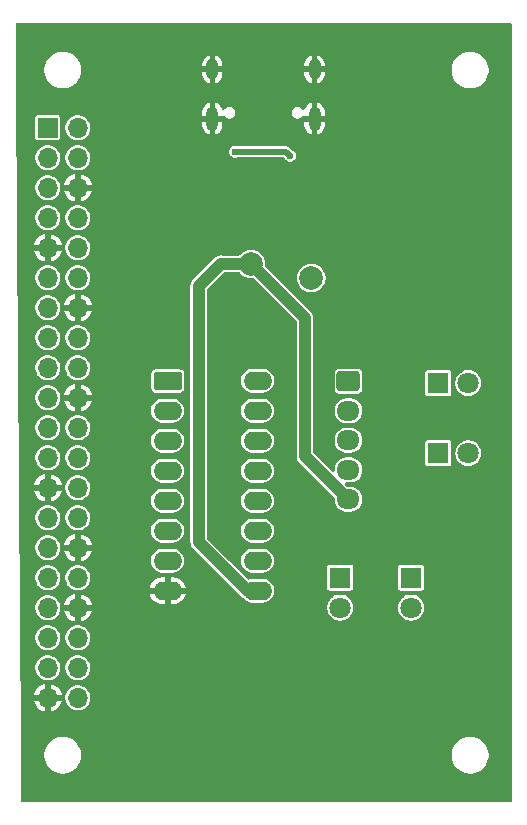
<source format=gbr>
%TF.GenerationSoftware,KiCad,Pcbnew,9.0.2*%
%TF.CreationDate,2025-11-26T15:53:52-08:00*%
%TF.ProjectId,ECE411_1,45434534-3131-45f3-912e-6b696361645f,3.0*%
%TF.SameCoordinates,Original*%
%TF.FileFunction,Copper,L2,Bot*%
%TF.FilePolarity,Positive*%
%FSLAX46Y46*%
G04 Gerber Fmt 4.6, Leading zero omitted, Abs format (unit mm)*
G04 Created by KiCad (PCBNEW 9.0.2) date 2025-11-26 15:53:52*
%MOMM*%
%LPD*%
G01*
G04 APERTURE LIST*
G04 Aperture macros list*
%AMRoundRect*
0 Rectangle with rounded corners*
0 $1 Rounding radius*
0 $2 $3 $4 $5 $6 $7 $8 $9 X,Y pos of 4 corners*
0 Add a 4 corners polygon primitive as box body*
4,1,4,$2,$3,$4,$5,$6,$7,$8,$9,$2,$3,0*
0 Add four circle primitives for the rounded corners*
1,1,$1+$1,$2,$3*
1,1,$1+$1,$4,$5*
1,1,$1+$1,$6,$7*
1,1,$1+$1,$8,$9*
0 Add four rect primitives between the rounded corners*
20,1,$1+$1,$2,$3,$4,$5,0*
20,1,$1+$1,$4,$5,$6,$7,0*
20,1,$1+$1,$6,$7,$8,$9,0*
20,1,$1+$1,$8,$9,$2,$3,0*%
G04 Aperture macros list end*
%TA.AperFunction,HeatsinkPad*%
%ADD10O,1.000000X2.100000*%
%TD*%
%TA.AperFunction,HeatsinkPad*%
%ADD11O,1.000000X1.800000*%
%TD*%
%TA.AperFunction,ComponentPad*%
%ADD12RoundRect,0.250000X-0.725000X0.600000X-0.725000X-0.600000X0.725000X-0.600000X0.725000X0.600000X0*%
%TD*%
%TA.AperFunction,ComponentPad*%
%ADD13O,1.950000X1.700000*%
%TD*%
%TA.AperFunction,ComponentPad*%
%ADD14R,1.800000X1.800000*%
%TD*%
%TA.AperFunction,ComponentPad*%
%ADD15C,1.800000*%
%TD*%
%TA.AperFunction,ComponentPad*%
%ADD16C,2.010000*%
%TD*%
%TA.AperFunction,ComponentPad*%
%ADD17R,1.700000X1.700000*%
%TD*%
%TA.AperFunction,ComponentPad*%
%ADD18O,1.700000X1.700000*%
%TD*%
%TA.AperFunction,ComponentPad*%
%ADD19RoundRect,0.250000X-0.950000X-0.550000X0.950000X-0.550000X0.950000X0.550000X-0.950000X0.550000X0*%
%TD*%
%TA.AperFunction,ComponentPad*%
%ADD20O,2.400000X1.600000*%
%TD*%
%TA.AperFunction,ViaPad*%
%ADD21C,0.600000*%
%TD*%
%TA.AperFunction,Conductor*%
%ADD22C,1.000000*%
%TD*%
%TA.AperFunction,Conductor*%
%ADD23C,0.500000*%
%TD*%
G04 APERTURE END LIST*
D10*
%TO.P,J4,S1,SHIELD*%
%TO.N,GND*%
X127820000Y-92105000D03*
D11*
X127820000Y-87925000D03*
D10*
X119180000Y-92105000D03*
D11*
X119180000Y-87925000D03*
%TD*%
D12*
%TO.P,J1,1,Pin_1*%
%TO.N,Net-(D1-K)*%
X130690000Y-114344870D03*
D13*
%TO.P,J1,2,Pin_2*%
%TO.N,Net-(D2-K)*%
X130690000Y-116844870D03*
%TO.P,J1,3,Pin_3*%
%TO.N,Net-(D3-K)*%
X130690000Y-119344870D03*
%TO.P,J1,4,Pin_4*%
%TO.N,Net-(D4-K)*%
X130690000Y-121844870D03*
%TO.P,J1,5,Pin_5*%
%TO.N,/VCC*%
X130690000Y-124344870D03*
%TD*%
D14*
%TO.P,D1,1,K*%
%TO.N,Net-(D1-K)*%
X138308194Y-114491057D03*
D15*
%TO.P,D1,2,A*%
%TO.N,Net-(D1-A)*%
X140848194Y-114491057D03*
%TD*%
D16*
%TO.P,TH1,1*%
%TO.N,/VCC*%
X122450000Y-104400000D03*
%TO.P,TH1,2*%
%TO.N,Net-(J4-VBUS-PadA4)*%
X127550000Y-105600000D03*
%TD*%
D17*
%TO.P,J2,1,3V3*%
%TO.N,unconnected-(J2-3V3-Pad1)_1*%
X105230000Y-92870000D03*
D18*
%TO.P,J2,2,5V*%
%TO.N,/VCC*%
X107770000Y-92870000D03*
%TO.P,J2,3,SDA_I2C1/GPIO02*%
%TO.N,unconnected-(J2-SDA_I2C1{slash}GPIO02-Pad3)*%
X105230000Y-95410000D03*
%TO.P,J2,4,5V*%
%TO.N,/VCC*%
X107770000Y-95410000D03*
%TO.P,J2,5,SCL_I2C1/GPIO03*%
%TO.N,unconnected-(J2-SCL_I2C1{slash}GPIO03-Pad5)*%
X105230000Y-97950000D03*
%TO.P,J2,6,GND*%
%TO.N,GND*%
X107770000Y-97950000D03*
%TO.P,J2,7,GPCLK0/GPIO04*%
%TO.N,unconnected-(J2-GPCLK0{slash}GPIO04-Pad7)*%
X105230000Y-100490000D03*
%TO.P,J2,8,GPIO14/UART_TXD*%
%TO.N,unconnected-(J2-GPIO14{slash}UART_TXD-Pad8)*%
X107770000Y-100490000D03*
%TO.P,J2,9,GND*%
%TO.N,GND*%
X105230000Y-103030000D03*
%TO.P,J2,10,GPIO15/UART_RXD*%
%TO.N,unconnected-(J2-GPIO15{slash}UART_RXD-Pad10)*%
X107770000Y-103030000D03*
%TO.P,J2,11,GPIO17/SPI1_~{CE1}*%
%TO.N,unconnected-(J2-GPIO17{slash}SPI1_~{CE1}-Pad11)*%
X105230000Y-105570000D03*
%TO.P,J2,12,GPIO18/SPI1_~{CE0}/PCM_CLK/PWM0*%
%TO.N,unconnected-(J2-GPIO18{slash}SPI1_~{CE0}{slash}PCM_CLK{slash}PWM0-Pad12)*%
X107770000Y-105570000D03*
%TO.P,J2,13,GPIO27/SDIO_DAT3*%
%TO.N,unconnected-(J2-GPIO27{slash}SDIO_DAT3-Pad13)*%
X105230000Y-108110000D03*
%TO.P,J2,14,GND*%
%TO.N,GND*%
X107770000Y-108110000D03*
%TO.P,J2,15,GPIO22/SDIO_CLK*%
%TO.N,unconnected-(J2-GPIO22{slash}SDIO_CLK-Pad15)*%
X105230000Y-110650000D03*
%TO.P,J2,16,GPIO23/SDIO_CMD*%
%TO.N,IN1*%
X107770000Y-110650000D03*
%TO.P,J2,17,3V3*%
%TO.N,unconnected-(J2-3V3-Pad1)*%
X105230000Y-113190000D03*
%TO.P,J2,18,GPIO24/SDIO_DAT0*%
%TO.N,IN2*%
X107770000Y-113190000D03*
%TO.P,J2,19,MOSI_SPI0/GPIO10*%
%TO.N,unconnected-(J2-MOSI_SPI0{slash}GPIO10-Pad19)*%
X105230000Y-115730000D03*
%TO.P,J2,20,GND*%
%TO.N,GND*%
X107770000Y-115730000D03*
%TO.P,J2,21,MISO_SPI0/GPIO09*%
%TO.N,unconnected-(J2-MISO_SPI0{slash}GPIO09-Pad21)*%
X105230000Y-118270000D03*
%TO.P,J2,22,GPIO25/SDIO_DAT1*%
%TO.N,IN3*%
X107770000Y-118270000D03*
%TO.P,J2,23,SCLK_SPI0/GPIO11*%
%TO.N,unconnected-(J2-SCLK_SPI0{slash}GPIO11-Pad23)*%
X105230000Y-120810000D03*
%TO.P,J2,24,~{CE0}_SPI0/GPIO08*%
%TO.N,unconnected-(J2-~{CE0}_SPI0{slash}GPIO08-Pad24)*%
X107770000Y-120810000D03*
%TO.P,J2,25,GND*%
%TO.N,GND*%
X105230000Y-123350000D03*
%TO.P,J2,26,~{CE1}_SPI0/GPIO07*%
%TO.N,unconnected-(J2-~{CE1}_SPI0{slash}GPIO07-Pad26)*%
X107770000Y-123350000D03*
%TO.P,J2,27,ID_SD_I2C0/GPIO00*%
%TO.N,unconnected-(J2-ID_SD_I2C0{slash}GPIO00-Pad27)*%
X105230000Y-125890000D03*
%TO.P,J2,28,ID_SC_I2C0/GPIO01*%
%TO.N,unconnected-(J2-ID_SC_I2C0{slash}GPIO01-Pad28)*%
X107770000Y-125890000D03*
%TO.P,J2,29,GPCLK1/GPIO05*%
%TO.N,unconnected-(J2-GPCLK1{slash}GPIO05-Pad29)*%
X105230000Y-128430000D03*
%TO.P,J2,30,GND*%
%TO.N,GND*%
X107770000Y-128430000D03*
%TO.P,J2,31,GPCLK2/GPIO06*%
%TO.N,unconnected-(J2-GPCLK2{slash}GPIO06-Pad31)*%
X105230000Y-130970000D03*
%TO.P,J2,32,GPIO12/PWM0*%
%TO.N,unconnected-(J2-GPIO12{slash}PWM0-Pad32)*%
X107770000Y-130970000D03*
%TO.P,J2,33,GPIO13/PWM1*%
%TO.N,unconnected-(J2-GPIO13{slash}PWM1-Pad33)*%
X105230000Y-133510000D03*
%TO.P,J2,34,GND*%
%TO.N,GND*%
X107770000Y-133510000D03*
%TO.P,J2,35,GPIO19/SPI1_MISO/PCM_FS*%
%TO.N,unconnected-(J2-GPIO19{slash}SPI1_MISO{slash}PCM_FS-Pad35)*%
X105230000Y-136050000D03*
%TO.P,J2,36,GPIO16/SPI1_~{CE2}*%
%TO.N,IN4*%
X107770000Y-136050000D03*
%TO.P,J2,37,GPIO26/SDIO_DAT2*%
%TO.N,unconnected-(J2-GPIO26{slash}SDIO_DAT2-Pad37)*%
X105230000Y-138590000D03*
%TO.P,J2,38,GPIO20/SPI1_MOSI/PCM_DIN/PWM1*%
%TO.N,unconnected-(J2-GPIO20{slash}SPI1_MOSI{slash}PCM_DIN{slash}PWM1-Pad38)*%
X107770000Y-138590000D03*
%TO.P,J2,39,GND*%
%TO.N,GND*%
X105230000Y-141130000D03*
%TO.P,J2,40,GPIO21/SPI1_SCLK/PCM_DOUT*%
%TO.N,unconnected-(J2-GPIO21{slash}SPI1_SCLK{slash}PCM_DOUT-Pad40)*%
X107770000Y-141130000D03*
%TD*%
D14*
%TO.P,D3,1,K*%
%TO.N,Net-(D3-K)*%
X136000000Y-130960000D03*
D15*
%TO.P,D3,2,A*%
%TO.N,Net-(D3-A)*%
X136000000Y-133500000D03*
%TD*%
D14*
%TO.P,D2,1,K*%
%TO.N,Net-(D2-K)*%
X138308194Y-120445636D03*
D15*
%TO.P,D2,2,A*%
%TO.N,Net-(D2-A)*%
X140848194Y-120445636D03*
%TD*%
D14*
%TO.P,D4,1,K*%
%TO.N,Net-(D4-K)*%
X130000000Y-130960000D03*
D15*
%TO.P,D4,2,A*%
%TO.N,Net-(D4-A)*%
X130000000Y-133500000D03*
%TD*%
D19*
%TO.P,U1,1,I1*%
%TO.N,IN1*%
X115380000Y-114300000D03*
D20*
%TO.P,U1,2,I2*%
%TO.N,IN2*%
X115380000Y-116840000D03*
%TO.P,U1,3,I3*%
%TO.N,IN3*%
X115380000Y-119380000D03*
%TO.P,U1,4,I4*%
%TO.N,IN4*%
X115380000Y-121920000D03*
%TO.P,U1,5,I5*%
%TO.N,unconnected-(U1-I5-Pad5)*%
X115380000Y-124460000D03*
%TO.P,U1,6,I6*%
%TO.N,unconnected-(U1-I6-Pad6)*%
X115380000Y-127000000D03*
%TO.P,U1,7,I7*%
%TO.N,unconnected-(U1-I7-Pad7)*%
X115380000Y-129540000D03*
%TO.P,U1,8,GND*%
%TO.N,GND*%
X115380000Y-132080000D03*
%TO.P,U1,9,COM*%
%TO.N,/VCC*%
X123000000Y-132080000D03*
%TO.P,U1,10,O7*%
%TO.N,unconnected-(U1-O7-Pad10)*%
X123000000Y-129540000D03*
%TO.P,U1,11,O6*%
%TO.N,unconnected-(U1-O6-Pad11)*%
X123000000Y-127000000D03*
%TO.P,U1,12,O5*%
%TO.N,unconnected-(U1-O5-Pad12)*%
X123000000Y-124460000D03*
%TO.P,U1,13,O4*%
%TO.N,Net-(D4-K)*%
X123000000Y-121920000D03*
%TO.P,U1,14,O3*%
%TO.N,Net-(D3-K)*%
X123000000Y-119380000D03*
%TO.P,U1,15,O2*%
%TO.N,Net-(D2-K)*%
X123000000Y-116840000D03*
%TO.P,U1,16,O1*%
%TO.N,Net-(D1-K)*%
X123000000Y-114300000D03*
%TD*%
D21*
%TO.N,Net-(J4-VBUS-PadA4)*%
X125750000Y-95250000D03*
X121099005Y-94911128D03*
%TD*%
D22*
%TO.N,/VCC*%
X118000000Y-106276035D02*
X118000000Y-127917854D01*
X127000000Y-108950000D02*
X127000000Y-120654870D01*
X119895871Y-104400000D02*
X119885953Y-104390082D01*
X122162146Y-132080000D02*
X123000000Y-132080000D01*
X118000000Y-127917854D02*
X122162146Y-132080000D01*
X122450000Y-104400000D02*
X127000000Y-108950000D01*
X127000000Y-120654870D02*
X130690000Y-124344870D01*
X122450000Y-104400000D02*
X119895871Y-104400000D01*
X119885953Y-104390082D02*
X118000000Y-106276035D01*
D23*
%TO.N,Net-(J4-VBUS-PadA4)*%
X125411128Y-94911128D02*
X125750000Y-95250000D01*
X121099005Y-94911128D02*
X125411128Y-94911128D01*
%TD*%
%TA.AperFunction,Conductor*%
%TO.N,GND*%
G36*
X144442539Y-84020185D02*
G01*
X144488294Y-84072989D01*
X144499500Y-84124500D01*
X144499500Y-149875500D01*
X144479815Y-149942539D01*
X144427011Y-149988294D01*
X144375500Y-149999500D01*
X103119858Y-149999500D01*
X103052819Y-149979815D01*
X103007064Y-149927011D01*
X102995861Y-149876425D01*
X102966018Y-145877573D01*
X104944500Y-145877573D01*
X104944500Y-146122426D01*
X104982800Y-146364243D01*
X104982801Y-146364247D01*
X105058462Y-146597105D01*
X105169617Y-146815260D01*
X105313531Y-147013340D01*
X105486660Y-147186469D01*
X105684740Y-147330383D01*
X105902895Y-147441538D01*
X106135753Y-147517199D01*
X106226437Y-147531561D01*
X106377574Y-147555500D01*
X106377579Y-147555500D01*
X106622426Y-147555500D01*
X106756768Y-147534221D01*
X106864247Y-147517199D01*
X107097105Y-147441538D01*
X107315260Y-147330383D01*
X107513340Y-147186469D01*
X107686469Y-147013340D01*
X107830383Y-146815260D01*
X107941538Y-146597105D01*
X108017199Y-146364247D01*
X108034221Y-146256768D01*
X108055500Y-146122426D01*
X108055500Y-145877573D01*
X139444500Y-145877573D01*
X139444500Y-146122426D01*
X139482800Y-146364243D01*
X139482801Y-146364247D01*
X139558462Y-146597105D01*
X139669617Y-146815260D01*
X139813531Y-147013340D01*
X139986660Y-147186469D01*
X140184740Y-147330383D01*
X140402895Y-147441538D01*
X140635753Y-147517199D01*
X140726437Y-147531561D01*
X140877574Y-147555500D01*
X140877579Y-147555500D01*
X141122426Y-147555500D01*
X141256768Y-147534221D01*
X141364247Y-147517199D01*
X141597105Y-147441538D01*
X141815260Y-147330383D01*
X142013340Y-147186469D01*
X142186469Y-147013340D01*
X142330383Y-146815260D01*
X142441538Y-146597105D01*
X142517199Y-146364247D01*
X142534221Y-146256768D01*
X142555500Y-146122426D01*
X142555500Y-145877573D01*
X142517199Y-145635756D01*
X142517199Y-145635753D01*
X142441538Y-145402895D01*
X142330383Y-145184740D01*
X142186469Y-144986660D01*
X142013340Y-144813531D01*
X141815260Y-144669617D01*
X141597105Y-144558462D01*
X141364247Y-144482801D01*
X141364245Y-144482800D01*
X141364243Y-144482800D01*
X141122426Y-144444500D01*
X141122421Y-144444500D01*
X140877579Y-144444500D01*
X140877574Y-144444500D01*
X140635756Y-144482800D01*
X140402892Y-144558463D01*
X140184739Y-144669617D01*
X140071727Y-144751725D01*
X139986660Y-144813531D01*
X139986658Y-144813533D01*
X139986657Y-144813533D01*
X139813533Y-144986657D01*
X139813533Y-144986658D01*
X139813531Y-144986660D01*
X139751725Y-145071727D01*
X139669617Y-145184739D01*
X139558463Y-145402892D01*
X139482800Y-145635756D01*
X139444500Y-145877573D01*
X108055500Y-145877573D01*
X108017199Y-145635756D01*
X108017199Y-145635753D01*
X107941538Y-145402895D01*
X107830383Y-145184740D01*
X107686469Y-144986660D01*
X107513340Y-144813531D01*
X107315260Y-144669617D01*
X107097105Y-144558462D01*
X106864247Y-144482801D01*
X106864245Y-144482800D01*
X106864243Y-144482800D01*
X106622426Y-144444500D01*
X106622421Y-144444500D01*
X106377579Y-144444500D01*
X106377574Y-144444500D01*
X106135756Y-144482800D01*
X105902892Y-144558463D01*
X105684739Y-144669617D01*
X105571727Y-144751725D01*
X105486660Y-144813531D01*
X105486658Y-144813533D01*
X105486657Y-144813533D01*
X105313533Y-144986657D01*
X105313533Y-144986658D01*
X105313531Y-144986660D01*
X105251725Y-145071727D01*
X105169617Y-145184739D01*
X105058463Y-145402892D01*
X104982800Y-145635756D01*
X104944500Y-145877573D01*
X102966018Y-145877573D01*
X102965989Y-145873632D01*
X102932185Y-141343862D01*
X102929778Y-141021368D01*
X102929007Y-140917988D01*
X102928724Y-140880000D01*
X104054638Y-140880000D01*
X104796988Y-140880000D01*
X104764075Y-140937007D01*
X104730000Y-141064174D01*
X104730000Y-141195826D01*
X104764075Y-141322993D01*
X104796988Y-141380000D01*
X104054638Y-141380000D01*
X104059548Y-141411002D01*
X104117914Y-141590637D01*
X104203670Y-141758940D01*
X104314685Y-141911741D01*
X104314689Y-141911746D01*
X104448253Y-142045310D01*
X104448258Y-142045314D01*
X104601059Y-142156329D01*
X104769362Y-142242085D01*
X104948997Y-142300451D01*
X104980000Y-142305362D01*
X104980000Y-141563012D01*
X105037007Y-141595925D01*
X105164174Y-141630000D01*
X105295826Y-141630000D01*
X105422993Y-141595925D01*
X105480000Y-141563012D01*
X105480000Y-142305361D01*
X105511002Y-142300451D01*
X105690637Y-142242085D01*
X105858940Y-142156329D01*
X106011741Y-142045314D01*
X106011746Y-142045310D01*
X106145310Y-141911746D01*
X106145314Y-141911741D01*
X106256329Y-141758940D01*
X106342085Y-141590637D01*
X106400451Y-141411002D01*
X106405362Y-141380000D01*
X105663012Y-141380000D01*
X105695925Y-141322993D01*
X105730000Y-141195826D01*
X105730000Y-141064174D01*
X105719913Y-141026530D01*
X106719500Y-141026530D01*
X106719500Y-141233469D01*
X106759868Y-141436412D01*
X106759870Y-141436420D01*
X106839058Y-141627596D01*
X106954024Y-141799657D01*
X107100342Y-141945975D01*
X107100345Y-141945977D01*
X107272402Y-142060941D01*
X107463580Y-142140130D01*
X107666530Y-142180499D01*
X107666534Y-142180500D01*
X107666535Y-142180500D01*
X107873466Y-142180500D01*
X107873467Y-142180499D01*
X108076420Y-142140130D01*
X108267598Y-142060941D01*
X108439655Y-141945977D01*
X108585977Y-141799655D01*
X108700941Y-141627598D01*
X108780130Y-141436420D01*
X108820500Y-141233465D01*
X108820500Y-141026535D01*
X108780130Y-140823580D01*
X108700941Y-140632402D01*
X108585977Y-140460345D01*
X108585975Y-140460342D01*
X108439657Y-140314024D01*
X108290984Y-140214685D01*
X108267598Y-140199059D01*
X108076420Y-140119870D01*
X108076412Y-140119868D01*
X107873469Y-140079500D01*
X107873465Y-140079500D01*
X107666535Y-140079500D01*
X107666530Y-140079500D01*
X107463587Y-140119868D01*
X107463579Y-140119870D01*
X107272403Y-140199058D01*
X107100342Y-140314024D01*
X106954024Y-140460342D01*
X106839058Y-140632403D01*
X106759870Y-140823579D01*
X106759868Y-140823587D01*
X106719500Y-141026530D01*
X105719913Y-141026530D01*
X105695925Y-140937007D01*
X105663012Y-140880000D01*
X106405362Y-140880000D01*
X106400451Y-140848997D01*
X106342085Y-140669362D01*
X106256329Y-140501059D01*
X106145314Y-140348258D01*
X106145310Y-140348253D01*
X106011746Y-140214689D01*
X106011741Y-140214685D01*
X105858940Y-140103670D01*
X105690635Y-140017913D01*
X105511004Y-139959549D01*
X105510995Y-139959547D01*
X105480000Y-139954637D01*
X105480000Y-140696988D01*
X105422993Y-140664075D01*
X105295826Y-140630000D01*
X105164174Y-140630000D01*
X105037007Y-140664075D01*
X104980000Y-140696988D01*
X104980000Y-139954637D01*
X104979999Y-139954637D01*
X104949004Y-139959547D01*
X104948995Y-139959549D01*
X104769364Y-140017913D01*
X104601059Y-140103670D01*
X104448258Y-140214685D01*
X104448253Y-140214689D01*
X104314689Y-140348253D01*
X104314685Y-140348258D01*
X104203670Y-140501059D01*
X104117914Y-140669362D01*
X104059548Y-140848997D01*
X104054638Y-140880000D01*
X102928724Y-140880000D01*
X102910862Y-138486530D01*
X104179500Y-138486530D01*
X104179500Y-138693469D01*
X104219868Y-138896412D01*
X104219870Y-138896420D01*
X104299058Y-139087596D01*
X104414024Y-139259657D01*
X104560342Y-139405975D01*
X104560345Y-139405977D01*
X104732402Y-139520941D01*
X104923580Y-139600130D01*
X105126530Y-139640499D01*
X105126534Y-139640500D01*
X105126535Y-139640500D01*
X105333466Y-139640500D01*
X105333467Y-139640499D01*
X105536420Y-139600130D01*
X105727598Y-139520941D01*
X105899655Y-139405977D01*
X106045977Y-139259655D01*
X106160941Y-139087598D01*
X106240130Y-138896420D01*
X106280500Y-138693465D01*
X106280500Y-138486535D01*
X106280499Y-138486530D01*
X106719500Y-138486530D01*
X106719500Y-138693469D01*
X106759868Y-138896412D01*
X106759870Y-138896420D01*
X106839058Y-139087596D01*
X106954024Y-139259657D01*
X107100342Y-139405975D01*
X107100345Y-139405977D01*
X107272402Y-139520941D01*
X107463580Y-139600130D01*
X107666530Y-139640499D01*
X107666534Y-139640500D01*
X107666535Y-139640500D01*
X107873466Y-139640500D01*
X107873467Y-139640499D01*
X108076420Y-139600130D01*
X108267598Y-139520941D01*
X108439655Y-139405977D01*
X108585977Y-139259655D01*
X108700941Y-139087598D01*
X108780130Y-138896420D01*
X108820500Y-138693465D01*
X108820500Y-138486535D01*
X108780130Y-138283580D01*
X108700941Y-138092402D01*
X108585977Y-137920345D01*
X108585975Y-137920342D01*
X108439657Y-137774024D01*
X108353626Y-137716541D01*
X108267598Y-137659059D01*
X108076420Y-137579870D01*
X108076412Y-137579868D01*
X107873469Y-137539500D01*
X107873465Y-137539500D01*
X107666535Y-137539500D01*
X107666530Y-137539500D01*
X107463587Y-137579868D01*
X107463579Y-137579870D01*
X107272403Y-137659058D01*
X107100342Y-137774024D01*
X106954024Y-137920342D01*
X106839058Y-138092403D01*
X106759870Y-138283579D01*
X106759868Y-138283587D01*
X106719500Y-138486530D01*
X106280499Y-138486530D01*
X106240130Y-138283580D01*
X106160941Y-138092402D01*
X106045977Y-137920345D01*
X106045975Y-137920342D01*
X105899657Y-137774024D01*
X105813626Y-137716541D01*
X105727598Y-137659059D01*
X105536420Y-137579870D01*
X105536412Y-137579868D01*
X105333469Y-137539500D01*
X105333465Y-137539500D01*
X105126535Y-137539500D01*
X105126530Y-137539500D01*
X104923587Y-137579868D01*
X104923579Y-137579870D01*
X104732403Y-137659058D01*
X104560342Y-137774024D01*
X104414024Y-137920342D01*
X104299058Y-138092403D01*
X104219870Y-138283579D01*
X104219868Y-138283587D01*
X104179500Y-138486530D01*
X102910862Y-138486530D01*
X102910823Y-138481368D01*
X102891907Y-135946530D01*
X104179500Y-135946530D01*
X104179500Y-136153469D01*
X104219868Y-136356412D01*
X104219870Y-136356420D01*
X104299058Y-136547596D01*
X104414024Y-136719657D01*
X104560342Y-136865975D01*
X104560345Y-136865977D01*
X104732402Y-136980941D01*
X104923580Y-137060130D01*
X105126530Y-137100499D01*
X105126534Y-137100500D01*
X105126535Y-137100500D01*
X105333466Y-137100500D01*
X105333467Y-137100499D01*
X105536420Y-137060130D01*
X105727598Y-136980941D01*
X105899655Y-136865977D01*
X106045977Y-136719655D01*
X106160941Y-136547598D01*
X106240130Y-136356420D01*
X106280500Y-136153465D01*
X106280500Y-135946535D01*
X106280499Y-135946530D01*
X106719500Y-135946530D01*
X106719500Y-136153469D01*
X106759868Y-136356412D01*
X106759870Y-136356420D01*
X106839058Y-136547596D01*
X106954024Y-136719657D01*
X107100342Y-136865975D01*
X107100345Y-136865977D01*
X107272402Y-136980941D01*
X107463580Y-137060130D01*
X107666530Y-137100499D01*
X107666534Y-137100500D01*
X107666535Y-137100500D01*
X107873466Y-137100500D01*
X107873467Y-137100499D01*
X108076420Y-137060130D01*
X108267598Y-136980941D01*
X108439655Y-136865977D01*
X108585977Y-136719655D01*
X108700941Y-136547598D01*
X108780130Y-136356420D01*
X108820500Y-136153465D01*
X108820500Y-135946535D01*
X108780130Y-135743580D01*
X108700941Y-135552402D01*
X108585977Y-135380345D01*
X108585975Y-135380342D01*
X108439657Y-135234024D01*
X108353626Y-135176541D01*
X108267598Y-135119059D01*
X108076420Y-135039870D01*
X108076412Y-135039868D01*
X107873469Y-134999500D01*
X107873465Y-134999500D01*
X107666535Y-134999500D01*
X107666530Y-134999500D01*
X107463587Y-135039868D01*
X107463579Y-135039870D01*
X107272403Y-135119058D01*
X107100342Y-135234024D01*
X106954024Y-135380342D01*
X106839058Y-135552403D01*
X106759870Y-135743579D01*
X106759868Y-135743587D01*
X106719500Y-135946530D01*
X106280499Y-135946530D01*
X106240130Y-135743580D01*
X106160941Y-135552402D01*
X106045977Y-135380345D01*
X106045975Y-135380342D01*
X105899657Y-135234024D01*
X105813626Y-135176541D01*
X105727598Y-135119059D01*
X105536420Y-135039870D01*
X105536412Y-135039868D01*
X105333469Y-134999500D01*
X105333465Y-134999500D01*
X105126535Y-134999500D01*
X105126530Y-134999500D01*
X104923587Y-135039868D01*
X104923579Y-135039870D01*
X104732403Y-135119058D01*
X104560342Y-135234024D01*
X104414024Y-135380342D01*
X104299058Y-135552403D01*
X104219870Y-135743579D01*
X104219868Y-135743587D01*
X104179500Y-135946530D01*
X102891907Y-135946530D01*
X102891868Y-135941368D01*
X102878720Y-134179655D01*
X102872951Y-133406530D01*
X104179500Y-133406530D01*
X104179500Y-133613469D01*
X104219868Y-133816412D01*
X104219870Y-133816420D01*
X104299058Y-134007596D01*
X104414024Y-134179657D01*
X104560342Y-134325975D01*
X104560345Y-134325977D01*
X104732402Y-134440941D01*
X104923580Y-134520130D01*
X105126530Y-134560499D01*
X105126534Y-134560500D01*
X105126535Y-134560500D01*
X105333466Y-134560500D01*
X105333467Y-134560499D01*
X105536420Y-134520130D01*
X105727598Y-134440941D01*
X105899655Y-134325977D01*
X106045977Y-134179655D01*
X106160941Y-134007598D01*
X106240130Y-133816420D01*
X106280500Y-133613465D01*
X106280500Y-133406535D01*
X106251353Y-133260000D01*
X106594638Y-133260000D01*
X107336988Y-133260000D01*
X107304075Y-133317007D01*
X107270000Y-133444174D01*
X107270000Y-133575826D01*
X107304075Y-133702993D01*
X107336988Y-133760000D01*
X106594638Y-133760000D01*
X106599548Y-133791002D01*
X106657914Y-133970637D01*
X106743670Y-134138940D01*
X106854685Y-134291741D01*
X106854689Y-134291746D01*
X106988253Y-134425310D01*
X106988258Y-134425314D01*
X107141059Y-134536329D01*
X107309362Y-134622085D01*
X107488997Y-134680451D01*
X107520000Y-134685362D01*
X107520000Y-133943012D01*
X107577007Y-133975925D01*
X107704174Y-134010000D01*
X107835826Y-134010000D01*
X107962993Y-133975925D01*
X108020000Y-133943012D01*
X108020000Y-134685361D01*
X108051002Y-134680451D01*
X108230637Y-134622085D01*
X108398940Y-134536329D01*
X108551741Y-134425314D01*
X108551746Y-134425310D01*
X108685310Y-134291746D01*
X108685314Y-134291741D01*
X108796329Y-134138940D01*
X108882085Y-133970637D01*
X108940451Y-133791002D01*
X108945362Y-133760000D01*
X108203012Y-133760000D01*
X108235925Y-133702993D01*
X108270000Y-133575826D01*
X108270000Y-133444174D01*
X108261751Y-133413389D01*
X128899500Y-133413389D01*
X128899500Y-133586611D01*
X128926598Y-133757701D01*
X128980127Y-133922445D01*
X129058768Y-134076788D01*
X129160586Y-134216928D01*
X129283072Y-134339414D01*
X129423212Y-134441232D01*
X129577555Y-134519873D01*
X129742299Y-134573402D01*
X129913389Y-134600500D01*
X129913390Y-134600500D01*
X130086610Y-134600500D01*
X130086611Y-134600500D01*
X130257701Y-134573402D01*
X130422445Y-134519873D01*
X130576788Y-134441232D01*
X130716928Y-134339414D01*
X130839414Y-134216928D01*
X130941232Y-134076788D01*
X131019873Y-133922445D01*
X131073402Y-133757701D01*
X131100500Y-133586611D01*
X131100500Y-133413389D01*
X134899500Y-133413389D01*
X134899500Y-133586611D01*
X134926598Y-133757701D01*
X134980127Y-133922445D01*
X135058768Y-134076788D01*
X135160586Y-134216928D01*
X135283072Y-134339414D01*
X135423212Y-134441232D01*
X135577555Y-134519873D01*
X135742299Y-134573402D01*
X135913389Y-134600500D01*
X135913390Y-134600500D01*
X136086610Y-134600500D01*
X136086611Y-134600500D01*
X136257701Y-134573402D01*
X136422445Y-134519873D01*
X136576788Y-134441232D01*
X136716928Y-134339414D01*
X136839414Y-134216928D01*
X136941232Y-134076788D01*
X137019873Y-133922445D01*
X137073402Y-133757701D01*
X137100500Y-133586611D01*
X137100500Y-133413389D01*
X137073402Y-133242299D01*
X137019873Y-133077555D01*
X136941232Y-132923212D01*
X136839414Y-132783072D01*
X136716928Y-132660586D01*
X136576788Y-132558768D01*
X136422445Y-132480127D01*
X136257701Y-132426598D01*
X136257699Y-132426597D01*
X136257698Y-132426597D01*
X136111386Y-132403424D01*
X136086611Y-132399500D01*
X135913389Y-132399500D01*
X135888614Y-132403424D01*
X135742302Y-132426597D01*
X135577552Y-132480128D01*
X135423211Y-132558768D01*
X135373771Y-132594689D01*
X135283072Y-132660586D01*
X135283070Y-132660588D01*
X135283069Y-132660588D01*
X135160588Y-132783069D01*
X135160588Y-132783070D01*
X135160586Y-132783072D01*
X135118977Y-132840342D01*
X135058768Y-132923211D01*
X134980128Y-133077552D01*
X134926597Y-133242302D01*
X134901404Y-133401368D01*
X134899500Y-133413389D01*
X131100500Y-133413389D01*
X131073402Y-133242299D01*
X131019873Y-133077555D01*
X130941232Y-132923212D01*
X130839414Y-132783072D01*
X130716928Y-132660586D01*
X130576788Y-132558768D01*
X130422445Y-132480127D01*
X130257701Y-132426598D01*
X130257699Y-132426597D01*
X130257698Y-132426597D01*
X130111386Y-132403424D01*
X130086611Y-132399500D01*
X129913389Y-132399500D01*
X129888614Y-132403424D01*
X129742302Y-132426597D01*
X129577552Y-132480128D01*
X129423211Y-132558768D01*
X129373771Y-132594689D01*
X129283072Y-132660586D01*
X129283070Y-132660588D01*
X129283069Y-132660588D01*
X129160588Y-132783069D01*
X129160588Y-132783070D01*
X129160586Y-132783072D01*
X129118977Y-132840342D01*
X129058768Y-132923211D01*
X128980128Y-133077552D01*
X128926597Y-133242302D01*
X128901404Y-133401368D01*
X128899500Y-133413389D01*
X108261751Y-133413389D01*
X108235925Y-133317007D01*
X108203012Y-133260000D01*
X108945362Y-133260000D01*
X108940451Y-133228997D01*
X108882085Y-133049362D01*
X108796329Y-132881059D01*
X108685314Y-132728258D01*
X108685310Y-132728253D01*
X108551746Y-132594689D01*
X108551741Y-132594685D01*
X108398940Y-132483670D01*
X108241450Y-132403424D01*
X108241448Y-132403422D01*
X108230639Y-132397914D01*
X108230636Y-132397913D01*
X108051004Y-132339549D01*
X108050995Y-132339547D01*
X108020000Y-132334637D01*
X108020000Y-133076988D01*
X107962993Y-133044075D01*
X107835826Y-133010000D01*
X107704174Y-133010000D01*
X107577007Y-133044075D01*
X107520000Y-133076988D01*
X107520000Y-132334637D01*
X107519999Y-132334637D01*
X107489004Y-132339547D01*
X107488995Y-132339549D01*
X107309364Y-132397913D01*
X107141059Y-132483670D01*
X106988258Y-132594685D01*
X106988253Y-132594689D01*
X106854689Y-132728253D01*
X106854685Y-132728258D01*
X106743670Y-132881059D01*
X106657914Y-133049362D01*
X106599548Y-133228997D01*
X106594638Y-133260000D01*
X106251353Y-133260000D01*
X106240130Y-133203580D01*
X106160941Y-133012402D01*
X106045977Y-132840345D01*
X106045975Y-132840342D01*
X105899657Y-132694024D01*
X105750984Y-132594685D01*
X105727598Y-132579059D01*
X105678611Y-132558768D01*
X105536420Y-132499870D01*
X105536412Y-132499868D01*
X105333469Y-132459500D01*
X105333465Y-132459500D01*
X105126535Y-132459500D01*
X105126530Y-132459500D01*
X104923587Y-132499868D01*
X104923579Y-132499870D01*
X104732403Y-132579058D01*
X104560342Y-132694024D01*
X104414024Y-132840342D01*
X104299058Y-133012403D01*
X104219870Y-133203579D01*
X104219868Y-133203587D01*
X104179500Y-133406530D01*
X102872951Y-133406530D01*
X102853996Y-130866530D01*
X104179500Y-130866530D01*
X104179500Y-131073469D01*
X104219868Y-131276412D01*
X104219870Y-131276420D01*
X104288544Y-131442214D01*
X104299059Y-131467598D01*
X104356541Y-131553626D01*
X104414024Y-131639657D01*
X104560342Y-131785975D01*
X104560345Y-131785977D01*
X104732402Y-131900941D01*
X104923580Y-131980130D01*
X105126530Y-132020499D01*
X105126534Y-132020500D01*
X105126535Y-132020500D01*
X105333466Y-132020500D01*
X105333467Y-132020499D01*
X105536420Y-131980130D01*
X105727598Y-131900941D01*
X105899655Y-131785977D01*
X106045977Y-131639655D01*
X106160941Y-131467598D01*
X106240130Y-131276420D01*
X106280500Y-131073465D01*
X106280500Y-130866535D01*
X106280499Y-130866530D01*
X106719500Y-130866530D01*
X106719500Y-131073469D01*
X106759868Y-131276412D01*
X106759870Y-131276420D01*
X106828544Y-131442214D01*
X106839059Y-131467598D01*
X106896541Y-131553626D01*
X106954024Y-131639657D01*
X107100342Y-131785975D01*
X107100345Y-131785977D01*
X107272402Y-131900941D01*
X107463580Y-131980130D01*
X107666530Y-132020499D01*
X107666534Y-132020500D01*
X107666535Y-132020500D01*
X107873466Y-132020500D01*
X107873467Y-132020499D01*
X108076420Y-131980130D01*
X108267598Y-131900941D01*
X108373769Y-131830000D01*
X113855261Y-131830000D01*
X115064314Y-131830000D01*
X115059920Y-131834394D01*
X115007259Y-131925606D01*
X114980000Y-132027339D01*
X114980000Y-132132661D01*
X115007259Y-132234394D01*
X115059920Y-132325606D01*
X115064314Y-132330000D01*
X113855261Y-132330000D01*
X113858315Y-132349285D01*
X113858318Y-132349295D01*
X113914250Y-132521441D01*
X113914252Y-132521447D01*
X113996434Y-132682734D01*
X114102823Y-132829169D01*
X114230830Y-132957176D01*
X114377265Y-133063565D01*
X114538552Y-133145747D01*
X114538555Y-133145748D01*
X114710706Y-133201682D01*
X114889494Y-133230000D01*
X115130000Y-133230000D01*
X115130000Y-132395686D01*
X115134394Y-132400080D01*
X115225606Y-132452741D01*
X115327339Y-132480000D01*
X115432661Y-132480000D01*
X115534394Y-132452741D01*
X115625606Y-132400080D01*
X115630000Y-132395686D01*
X115630000Y-133230000D01*
X115870506Y-133230000D01*
X116049293Y-133201682D01*
X116221444Y-133145748D01*
X116221447Y-133145747D01*
X116382734Y-133063565D01*
X116529169Y-132957176D01*
X116657176Y-132829169D01*
X116763565Y-132682734D01*
X116845747Y-132521447D01*
X116845749Y-132521441D01*
X116901681Y-132349295D01*
X116901684Y-132349285D01*
X116904739Y-132330000D01*
X115695686Y-132330000D01*
X115700080Y-132325606D01*
X115752741Y-132234394D01*
X115780000Y-132132661D01*
X115780000Y-132027339D01*
X115752741Y-131925606D01*
X115700080Y-131834394D01*
X115695686Y-131830000D01*
X116904739Y-131830000D01*
X116901684Y-131810714D01*
X116901681Y-131810704D01*
X116845749Y-131638558D01*
X116845747Y-131638552D01*
X116763565Y-131477265D01*
X116657176Y-131330830D01*
X116529169Y-131202823D01*
X116382734Y-131096434D01*
X116221447Y-131014252D01*
X116221444Y-131014251D01*
X116049293Y-130958317D01*
X115870506Y-130930000D01*
X115630000Y-130930000D01*
X115630000Y-131764314D01*
X115625606Y-131759920D01*
X115534394Y-131707259D01*
X115432661Y-131680000D01*
X115327339Y-131680000D01*
X115225606Y-131707259D01*
X115134394Y-131759920D01*
X115130000Y-131764314D01*
X115130000Y-130930000D01*
X114889494Y-130930000D01*
X114710706Y-130958317D01*
X114538555Y-131014251D01*
X114538552Y-131014252D01*
X114377265Y-131096434D01*
X114230830Y-131202823D01*
X114102823Y-131330830D01*
X113996434Y-131477265D01*
X113914252Y-131638552D01*
X113914250Y-131638558D01*
X113858318Y-131810704D01*
X113858315Y-131810714D01*
X113855261Y-131830000D01*
X108373769Y-131830000D01*
X108439655Y-131785977D01*
X108439658Y-131785974D01*
X108446253Y-131779380D01*
X108585974Y-131639658D01*
X108585975Y-131639657D01*
X108585977Y-131639655D01*
X108700941Y-131467598D01*
X108780130Y-131276420D01*
X108820500Y-131073465D01*
X108820500Y-130866535D01*
X108780130Y-130663580D01*
X108700941Y-130472402D01*
X108585977Y-130300345D01*
X108585975Y-130300342D01*
X108439657Y-130154024D01*
X108269383Y-130040252D01*
X108267598Y-130039059D01*
X108206907Y-130013920D01*
X108076420Y-129959870D01*
X108076412Y-129959868D01*
X107873469Y-129919500D01*
X107873465Y-129919500D01*
X107666535Y-129919500D01*
X107666530Y-129919500D01*
X107463587Y-129959868D01*
X107463579Y-129959870D01*
X107272403Y-130039058D01*
X107100342Y-130154024D01*
X106954024Y-130300342D01*
X106839058Y-130472403D01*
X106759870Y-130663579D01*
X106759868Y-130663587D01*
X106719500Y-130866530D01*
X106280499Y-130866530D01*
X106240130Y-130663580D01*
X106160941Y-130472402D01*
X106045977Y-130300345D01*
X106045975Y-130300342D01*
X105899657Y-130154024D01*
X105729383Y-130040252D01*
X105727598Y-130039059D01*
X105666907Y-130013920D01*
X105536420Y-129959870D01*
X105536412Y-129959868D01*
X105333469Y-129919500D01*
X105333465Y-129919500D01*
X105126535Y-129919500D01*
X105126530Y-129919500D01*
X104923587Y-129959868D01*
X104923579Y-129959870D01*
X104732403Y-130039058D01*
X104560342Y-130154024D01*
X104414024Y-130300342D01*
X104299058Y-130472403D01*
X104219870Y-130663579D01*
X104219868Y-130663587D01*
X104179500Y-130866530D01*
X102853996Y-130866530D01*
X102844832Y-129638543D01*
X113979499Y-129638543D01*
X114017947Y-129831829D01*
X114017950Y-129831839D01*
X114093364Y-130013907D01*
X114093371Y-130013920D01*
X114202860Y-130177781D01*
X114202863Y-130177785D01*
X114342214Y-130317136D01*
X114342218Y-130317139D01*
X114506079Y-130426628D01*
X114506092Y-130426635D01*
X114688160Y-130502049D01*
X114688165Y-130502051D01*
X114688169Y-130502051D01*
X114688170Y-130502052D01*
X114881456Y-130540500D01*
X114881459Y-130540500D01*
X115878543Y-130540500D01*
X116008582Y-130514632D01*
X116071835Y-130502051D01*
X116253914Y-130426632D01*
X116417782Y-130317139D01*
X116557139Y-130177782D01*
X116666632Y-130013914D01*
X116742051Y-129831835D01*
X116780500Y-129638541D01*
X116780500Y-129441459D01*
X116780500Y-129441456D01*
X116742052Y-129248170D01*
X116742051Y-129248169D01*
X116742051Y-129248165D01*
X116726964Y-129211741D01*
X116666635Y-129066092D01*
X116666628Y-129066079D01*
X116557139Y-128902218D01*
X116557136Y-128902214D01*
X116417785Y-128762863D01*
X116417781Y-128762860D01*
X116253920Y-128653371D01*
X116253907Y-128653364D01*
X116071839Y-128577950D01*
X116071829Y-128577947D01*
X115878543Y-128539500D01*
X115878541Y-128539500D01*
X114881459Y-128539500D01*
X114881457Y-128539500D01*
X114688170Y-128577947D01*
X114688160Y-128577950D01*
X114506092Y-128653364D01*
X114506079Y-128653371D01*
X114342218Y-128762860D01*
X114342214Y-128762863D01*
X114202863Y-128902214D01*
X114202860Y-128902218D01*
X114093371Y-129066079D01*
X114093364Y-129066092D01*
X114017950Y-129248160D01*
X114017947Y-129248170D01*
X113979500Y-129441456D01*
X113979500Y-129441459D01*
X113979500Y-129638541D01*
X113979500Y-129638543D01*
X113979499Y-129638543D01*
X102844832Y-129638543D01*
X102835041Y-128326530D01*
X104179500Y-128326530D01*
X104179500Y-128533469D01*
X104219868Y-128736412D01*
X104219870Y-128736420D01*
X104299058Y-128927596D01*
X104414024Y-129099657D01*
X104560342Y-129245975D01*
X104560345Y-129245977D01*
X104732402Y-129360941D01*
X104923580Y-129440130D01*
X105126530Y-129480499D01*
X105126534Y-129480500D01*
X105126535Y-129480500D01*
X105333466Y-129480500D01*
X105333467Y-129480499D01*
X105536420Y-129440130D01*
X105727598Y-129360941D01*
X105899655Y-129245977D01*
X106045977Y-129099655D01*
X106160941Y-128927598D01*
X106240130Y-128736420D01*
X106280500Y-128533465D01*
X106280500Y-128326535D01*
X106251353Y-128180000D01*
X106594638Y-128180000D01*
X107336988Y-128180000D01*
X107304075Y-128237007D01*
X107270000Y-128364174D01*
X107270000Y-128495826D01*
X107304075Y-128622993D01*
X107336988Y-128680000D01*
X106594638Y-128680000D01*
X106599548Y-128711002D01*
X106657914Y-128890637D01*
X106743670Y-129058940D01*
X106854685Y-129211741D01*
X106854689Y-129211746D01*
X106988253Y-129345310D01*
X106988258Y-129345314D01*
X107141059Y-129456329D01*
X107309362Y-129542085D01*
X107488997Y-129600451D01*
X107520000Y-129605362D01*
X107520000Y-128863012D01*
X107577007Y-128895925D01*
X107704174Y-128930000D01*
X107835826Y-128930000D01*
X107962993Y-128895925D01*
X108020000Y-128863012D01*
X108020000Y-129605361D01*
X108051002Y-129600451D01*
X108230637Y-129542085D01*
X108398940Y-129456329D01*
X108551741Y-129345314D01*
X108551746Y-129345310D01*
X108685310Y-129211746D01*
X108685314Y-129211741D01*
X108796329Y-129058940D01*
X108882085Y-128890637D01*
X108940451Y-128711002D01*
X108945362Y-128680000D01*
X108203012Y-128680000D01*
X108235925Y-128622993D01*
X108270000Y-128495826D01*
X108270000Y-128364174D01*
X108235925Y-128237007D01*
X108203012Y-128180000D01*
X108945362Y-128180000D01*
X108940451Y-128148997D01*
X108882085Y-127969362D01*
X108796329Y-127801059D01*
X108685314Y-127648258D01*
X108685310Y-127648253D01*
X108551746Y-127514689D01*
X108551741Y-127514685D01*
X108398940Y-127403670D01*
X108230635Y-127317913D01*
X108051004Y-127259549D01*
X108050995Y-127259547D01*
X108020000Y-127254637D01*
X108020000Y-127996988D01*
X107962993Y-127964075D01*
X107835826Y-127930000D01*
X107704174Y-127930000D01*
X107577007Y-127964075D01*
X107520000Y-127996988D01*
X107520000Y-127254637D01*
X107519999Y-127254637D01*
X107489004Y-127259547D01*
X107488995Y-127259549D01*
X107309364Y-127317913D01*
X107141059Y-127403670D01*
X106988258Y-127514685D01*
X106988253Y-127514689D01*
X106854689Y-127648253D01*
X106854685Y-127648258D01*
X106743670Y-127801059D01*
X106657914Y-127969362D01*
X106599548Y-128148997D01*
X106594638Y-128180000D01*
X106251353Y-128180000D01*
X106240130Y-128123580D01*
X106160941Y-127932402D01*
X106045977Y-127760345D01*
X106045975Y-127760342D01*
X105899657Y-127614024D01*
X105750984Y-127514685D01*
X105727598Y-127499059D01*
X105666907Y-127473920D01*
X105536420Y-127419870D01*
X105536412Y-127419868D01*
X105333469Y-127379500D01*
X105333465Y-127379500D01*
X105126535Y-127379500D01*
X105126530Y-127379500D01*
X104923587Y-127419868D01*
X104923579Y-127419870D01*
X104732403Y-127499058D01*
X104560342Y-127614024D01*
X104414024Y-127760342D01*
X104299058Y-127932403D01*
X104219870Y-128123579D01*
X104219868Y-128123587D01*
X104179500Y-128326530D01*
X102835041Y-128326530D01*
X102825877Y-127098543D01*
X113979499Y-127098543D01*
X114017947Y-127291829D01*
X114017950Y-127291839D01*
X114093364Y-127473907D01*
X114093371Y-127473920D01*
X114202860Y-127637781D01*
X114202863Y-127637785D01*
X114342214Y-127777136D01*
X114342218Y-127777139D01*
X114506079Y-127886628D01*
X114506092Y-127886635D01*
X114688160Y-127962049D01*
X114688165Y-127962051D01*
X114688169Y-127962051D01*
X114688170Y-127962052D01*
X114881456Y-128000500D01*
X114881459Y-128000500D01*
X115878543Y-128000500D01*
X115947162Y-127986850D01*
X117299499Y-127986850D01*
X117326418Y-128122176D01*
X117326421Y-128122186D01*
X117379222Y-128249661D01*
X117455887Y-128364399D01*
X117455888Y-128364400D01*
X120697569Y-131606079D01*
X121618032Y-132526542D01*
X121715604Y-132624114D01*
X121782279Y-132668665D01*
X121788174Y-132673780D01*
X121793422Y-132681960D01*
X121810005Y-132698543D01*
X121822857Y-132717777D01*
X121822863Y-132717785D01*
X121962214Y-132857136D01*
X121962218Y-132857139D01*
X122126079Y-132966628D01*
X122126092Y-132966635D01*
X122308160Y-133042049D01*
X122308165Y-133042051D01*
X122308169Y-133042051D01*
X122308170Y-133042052D01*
X122501456Y-133080500D01*
X122501459Y-133080500D01*
X123498543Y-133080500D01*
X123628582Y-133054632D01*
X123691835Y-133042051D01*
X123873914Y-132966632D01*
X124037782Y-132857139D01*
X124177139Y-132717782D01*
X124286632Y-132553914D01*
X124362051Y-132371835D01*
X124400500Y-132178541D01*
X124400500Y-131981459D01*
X124400500Y-131981456D01*
X124362052Y-131788170D01*
X124362051Y-131788169D01*
X124362051Y-131788165D01*
X124361144Y-131785975D01*
X124286635Y-131606092D01*
X124286628Y-131606079D01*
X124177139Y-131442218D01*
X124177136Y-131442214D01*
X124037785Y-131302863D01*
X124037781Y-131302860D01*
X123873920Y-131193371D01*
X123873907Y-131193364D01*
X123691839Y-131117950D01*
X123691829Y-131117947D01*
X123498543Y-131079500D01*
X123498541Y-131079500D01*
X122501459Y-131079500D01*
X122501457Y-131079500D01*
X122308166Y-131117948D01*
X122308160Y-131117950D01*
X122301680Y-131120634D01*
X122232210Y-131128098D01*
X122169733Y-131096820D01*
X122166553Y-131093751D01*
X120711345Y-129638543D01*
X121599499Y-129638543D01*
X121637947Y-129831829D01*
X121637950Y-129831839D01*
X121713364Y-130013907D01*
X121713371Y-130013920D01*
X121822860Y-130177781D01*
X121822863Y-130177785D01*
X121962214Y-130317136D01*
X121962218Y-130317139D01*
X122126079Y-130426628D01*
X122126092Y-130426635D01*
X122308160Y-130502049D01*
X122308165Y-130502051D01*
X122308169Y-130502051D01*
X122308170Y-130502052D01*
X122501456Y-130540500D01*
X122501459Y-130540500D01*
X123498543Y-130540500D01*
X123628582Y-130514632D01*
X123691835Y-130502051D01*
X123873914Y-130426632D01*
X124037782Y-130317139D01*
X124177139Y-130177782D01*
X124269037Y-130040247D01*
X128899500Y-130040247D01*
X128899500Y-131879752D01*
X128911131Y-131938229D01*
X128911132Y-131938230D01*
X128955447Y-132004552D01*
X129021769Y-132048867D01*
X129021770Y-132048868D01*
X129080247Y-132060499D01*
X129080250Y-132060500D01*
X129080252Y-132060500D01*
X130919750Y-132060500D01*
X130919751Y-132060499D01*
X130934568Y-132057552D01*
X130978229Y-132048868D01*
X130978229Y-132048867D01*
X130978231Y-132048867D01*
X131044552Y-132004552D01*
X131088867Y-131938231D01*
X131088867Y-131938229D01*
X131088868Y-131938229D01*
X131100499Y-131879752D01*
X131100500Y-131879750D01*
X131100500Y-130040249D01*
X131100499Y-130040247D01*
X134899500Y-130040247D01*
X134899500Y-131879752D01*
X134911131Y-131938229D01*
X134911132Y-131938230D01*
X134955447Y-132004552D01*
X135021769Y-132048867D01*
X135021770Y-132048868D01*
X135080247Y-132060499D01*
X135080250Y-132060500D01*
X135080252Y-132060500D01*
X136919750Y-132060500D01*
X136919751Y-132060499D01*
X136934568Y-132057552D01*
X136978229Y-132048868D01*
X136978229Y-132048867D01*
X136978231Y-132048867D01*
X137044552Y-132004552D01*
X137088867Y-131938231D01*
X137088867Y-131938229D01*
X137088868Y-131938229D01*
X137100499Y-131879752D01*
X137100500Y-131879750D01*
X137100500Y-130040249D01*
X137100499Y-130040247D01*
X137088868Y-129981770D01*
X137088867Y-129981769D01*
X137044552Y-129915447D01*
X136978230Y-129871132D01*
X136978229Y-129871131D01*
X136919752Y-129859500D01*
X136919748Y-129859500D01*
X135080252Y-129859500D01*
X135080247Y-129859500D01*
X135021770Y-129871131D01*
X135021769Y-129871132D01*
X134955447Y-129915447D01*
X134911132Y-129981769D01*
X134911131Y-129981770D01*
X134899500Y-130040247D01*
X131100499Y-130040247D01*
X131088868Y-129981770D01*
X131088867Y-129981769D01*
X131044552Y-129915447D01*
X130978230Y-129871132D01*
X130978229Y-129871131D01*
X130919752Y-129859500D01*
X130919748Y-129859500D01*
X129080252Y-129859500D01*
X129080247Y-129859500D01*
X129021770Y-129871131D01*
X129021769Y-129871132D01*
X128955447Y-129915447D01*
X128911132Y-129981769D01*
X128911131Y-129981770D01*
X128899500Y-130040247D01*
X124269037Y-130040247D01*
X124286632Y-130013914D01*
X124362051Y-129831835D01*
X124400500Y-129638541D01*
X124400500Y-129441459D01*
X124400500Y-129441456D01*
X124362052Y-129248170D01*
X124362051Y-129248169D01*
X124362051Y-129248165D01*
X124346964Y-129211741D01*
X124286635Y-129066092D01*
X124286628Y-129066079D01*
X124177139Y-128902218D01*
X124177136Y-128902214D01*
X124037785Y-128762863D01*
X124037781Y-128762860D01*
X123873920Y-128653371D01*
X123873907Y-128653364D01*
X123691839Y-128577950D01*
X123691829Y-128577947D01*
X123498543Y-128539500D01*
X123498541Y-128539500D01*
X122501459Y-128539500D01*
X122501457Y-128539500D01*
X122308170Y-128577947D01*
X122308160Y-128577950D01*
X122126092Y-128653364D01*
X122126079Y-128653371D01*
X121962218Y-128762860D01*
X121962214Y-128762863D01*
X121822863Y-128902214D01*
X121822860Y-128902218D01*
X121713371Y-129066079D01*
X121713364Y-129066092D01*
X121637950Y-129248160D01*
X121637947Y-129248170D01*
X121599500Y-129441456D01*
X121599500Y-129441459D01*
X121599500Y-129638541D01*
X121599500Y-129638543D01*
X121599499Y-129638543D01*
X120711345Y-129638543D01*
X120595850Y-129523048D01*
X120433743Y-129360941D01*
X118736819Y-127664016D01*
X118703334Y-127602693D01*
X118700500Y-127576335D01*
X118700500Y-127098543D01*
X121599499Y-127098543D01*
X121637947Y-127291829D01*
X121637950Y-127291839D01*
X121713364Y-127473907D01*
X121713371Y-127473920D01*
X121822860Y-127637781D01*
X121822863Y-127637785D01*
X121962214Y-127777136D01*
X121962218Y-127777139D01*
X122126079Y-127886628D01*
X122126092Y-127886635D01*
X122308160Y-127962049D01*
X122308165Y-127962051D01*
X122308169Y-127962051D01*
X122308170Y-127962052D01*
X122501456Y-128000500D01*
X122501459Y-128000500D01*
X123498543Y-128000500D01*
X123628582Y-127974632D01*
X123691835Y-127962051D01*
X123873914Y-127886632D01*
X124037782Y-127777139D01*
X124177139Y-127637782D01*
X124286632Y-127473914D01*
X124362051Y-127291835D01*
X124400500Y-127098541D01*
X124400500Y-126901459D01*
X124400500Y-126901456D01*
X124362052Y-126708170D01*
X124362051Y-126708169D01*
X124362051Y-126708165D01*
X124361144Y-126705975D01*
X124286635Y-126526092D01*
X124286628Y-126526079D01*
X124177139Y-126362218D01*
X124177136Y-126362214D01*
X124037785Y-126222863D01*
X124037781Y-126222860D01*
X123873920Y-126113371D01*
X123873907Y-126113364D01*
X123691839Y-126037950D01*
X123691829Y-126037947D01*
X123498543Y-125999500D01*
X123498541Y-125999500D01*
X122501459Y-125999500D01*
X122501457Y-125999500D01*
X122308170Y-126037947D01*
X122308160Y-126037950D01*
X122126092Y-126113364D01*
X122126079Y-126113371D01*
X121962218Y-126222860D01*
X121962214Y-126222863D01*
X121822863Y-126362214D01*
X121822860Y-126362218D01*
X121713371Y-126526079D01*
X121713364Y-126526092D01*
X121637950Y-126708160D01*
X121637947Y-126708170D01*
X121599500Y-126901456D01*
X121599500Y-126901459D01*
X121599500Y-127098541D01*
X121599500Y-127098543D01*
X121599499Y-127098543D01*
X118700500Y-127098543D01*
X118700500Y-124558543D01*
X121599499Y-124558543D01*
X121637947Y-124751829D01*
X121637950Y-124751839D01*
X121713364Y-124933907D01*
X121713371Y-124933920D01*
X121822860Y-125097781D01*
X121822863Y-125097785D01*
X121962214Y-125237136D01*
X121962218Y-125237139D01*
X122126079Y-125346628D01*
X122126092Y-125346635D01*
X122308160Y-125422049D01*
X122308165Y-125422051D01*
X122308169Y-125422051D01*
X122308170Y-125422052D01*
X122501456Y-125460500D01*
X122501459Y-125460500D01*
X123498543Y-125460500D01*
X123628582Y-125434632D01*
X123691835Y-125422051D01*
X123873914Y-125346632D01*
X124037782Y-125237139D01*
X124177139Y-125097782D01*
X124286632Y-124933914D01*
X124362051Y-124751835D01*
X124382051Y-124651290D01*
X124400500Y-124558543D01*
X124400500Y-124361456D01*
X124362052Y-124168170D01*
X124362051Y-124168169D01*
X124362051Y-124168165D01*
X124308322Y-124038450D01*
X124286635Y-123986092D01*
X124286628Y-123986079D01*
X124177139Y-123822218D01*
X124177136Y-123822214D01*
X124037785Y-123682863D01*
X124037781Y-123682860D01*
X123873920Y-123573371D01*
X123873907Y-123573364D01*
X123691839Y-123497950D01*
X123691829Y-123497947D01*
X123498543Y-123459500D01*
X123498541Y-123459500D01*
X122501459Y-123459500D01*
X122501457Y-123459500D01*
X122308170Y-123497947D01*
X122308160Y-123497950D01*
X122126092Y-123573364D01*
X122126079Y-123573371D01*
X121962218Y-123682860D01*
X121962214Y-123682863D01*
X121822863Y-123822214D01*
X121822860Y-123822218D01*
X121713371Y-123986079D01*
X121713364Y-123986092D01*
X121637950Y-124168160D01*
X121637947Y-124168170D01*
X121599500Y-124361456D01*
X121599500Y-124361459D01*
X121599500Y-124558541D01*
X121599500Y-124558543D01*
X121599499Y-124558543D01*
X118700500Y-124558543D01*
X118700500Y-122018543D01*
X121599499Y-122018543D01*
X121637947Y-122211829D01*
X121637950Y-122211839D01*
X121713364Y-122393907D01*
X121713371Y-122393920D01*
X121822860Y-122557781D01*
X121822863Y-122557785D01*
X121962214Y-122697136D01*
X121962218Y-122697139D01*
X122126079Y-122806628D01*
X122126092Y-122806635D01*
X122308160Y-122882049D01*
X122308165Y-122882051D01*
X122308169Y-122882051D01*
X122308170Y-122882052D01*
X122501456Y-122920500D01*
X122501459Y-122920500D01*
X123498543Y-122920500D01*
X123628582Y-122894632D01*
X123691835Y-122882051D01*
X123873914Y-122806632D01*
X124037782Y-122697139D01*
X124177139Y-122557782D01*
X124286632Y-122393914D01*
X124362051Y-122211835D01*
X124400500Y-122018541D01*
X124400500Y-121821459D01*
X124400500Y-121821456D01*
X124362052Y-121628170D01*
X124362051Y-121628169D01*
X124362051Y-121628165D01*
X124328074Y-121546136D01*
X124286635Y-121446092D01*
X124286628Y-121446079D01*
X124177139Y-121282218D01*
X124177136Y-121282214D01*
X124037785Y-121142863D01*
X124037781Y-121142860D01*
X123873920Y-121033371D01*
X123873907Y-121033364D01*
X123691839Y-120957950D01*
X123691829Y-120957947D01*
X123498543Y-120919500D01*
X123498541Y-120919500D01*
X122501459Y-120919500D01*
X122501457Y-120919500D01*
X122308170Y-120957947D01*
X122308160Y-120957950D01*
X122126092Y-121033364D01*
X122126079Y-121033371D01*
X121962218Y-121142860D01*
X121962214Y-121142863D01*
X121822863Y-121282214D01*
X121822860Y-121282218D01*
X121713371Y-121446079D01*
X121713364Y-121446092D01*
X121637950Y-121628160D01*
X121637947Y-121628170D01*
X121599500Y-121821456D01*
X121599500Y-121821459D01*
X121599500Y-122018541D01*
X121599500Y-122018543D01*
X121599499Y-122018543D01*
X118700500Y-122018543D01*
X118700500Y-119478543D01*
X121599499Y-119478543D01*
X121637947Y-119671829D01*
X121637950Y-119671839D01*
X121713364Y-119853907D01*
X121713371Y-119853920D01*
X121822860Y-120017781D01*
X121822863Y-120017785D01*
X121962214Y-120157136D01*
X121962218Y-120157139D01*
X122126079Y-120266628D01*
X122126092Y-120266635D01*
X122302511Y-120339709D01*
X122308165Y-120342051D01*
X122308169Y-120342051D01*
X122308170Y-120342052D01*
X122501456Y-120380500D01*
X122501459Y-120380500D01*
X123498543Y-120380500D01*
X123628582Y-120354632D01*
X123691835Y-120342051D01*
X123873914Y-120266632D01*
X124037782Y-120157139D01*
X124177139Y-120017782D01*
X124286632Y-119853914D01*
X124362051Y-119671835D01*
X124391083Y-119525883D01*
X124400500Y-119478543D01*
X124400500Y-119281456D01*
X124362052Y-119088170D01*
X124362051Y-119088169D01*
X124362051Y-119088165D01*
X124361144Y-119085975D01*
X124286635Y-118906092D01*
X124286628Y-118906079D01*
X124177139Y-118742218D01*
X124177136Y-118742214D01*
X124037785Y-118602863D01*
X124037781Y-118602860D01*
X123873920Y-118493371D01*
X123873907Y-118493364D01*
X123691839Y-118417950D01*
X123691829Y-118417947D01*
X123498543Y-118379500D01*
X123498541Y-118379500D01*
X122501459Y-118379500D01*
X122501457Y-118379500D01*
X122308170Y-118417947D01*
X122308160Y-118417950D01*
X122126092Y-118493364D01*
X122126079Y-118493371D01*
X121962218Y-118602860D01*
X121962214Y-118602863D01*
X121822863Y-118742214D01*
X121822860Y-118742218D01*
X121713371Y-118906079D01*
X121713364Y-118906092D01*
X121637950Y-119088160D01*
X121637947Y-119088170D01*
X121599500Y-119281456D01*
X121599500Y-119281459D01*
X121599500Y-119478541D01*
X121599500Y-119478543D01*
X121599499Y-119478543D01*
X118700500Y-119478543D01*
X118700500Y-116938543D01*
X121599499Y-116938543D01*
X121637947Y-117131829D01*
X121637950Y-117131839D01*
X121713364Y-117313907D01*
X121713371Y-117313920D01*
X121822860Y-117477781D01*
X121822863Y-117477785D01*
X121962214Y-117617136D01*
X121962218Y-117617139D01*
X122126079Y-117726628D01*
X122126092Y-117726635D01*
X122308160Y-117802049D01*
X122308165Y-117802051D01*
X122308169Y-117802051D01*
X122308170Y-117802052D01*
X122501456Y-117840500D01*
X122501459Y-117840500D01*
X123498543Y-117840500D01*
X123628582Y-117814632D01*
X123691835Y-117802051D01*
X123873914Y-117726632D01*
X124037782Y-117617139D01*
X124177139Y-117477782D01*
X124286632Y-117313914D01*
X124362051Y-117131835D01*
X124400500Y-116938541D01*
X124400500Y-116741459D01*
X124400500Y-116741456D01*
X124362052Y-116548170D01*
X124362051Y-116548169D01*
X124362051Y-116548165D01*
X124346964Y-116511741D01*
X124286635Y-116366092D01*
X124286628Y-116366079D01*
X124177139Y-116202218D01*
X124177136Y-116202214D01*
X124037785Y-116062863D01*
X124037781Y-116062860D01*
X123873920Y-115953371D01*
X123873907Y-115953364D01*
X123691839Y-115877950D01*
X123691829Y-115877947D01*
X123498543Y-115839500D01*
X123498541Y-115839500D01*
X122501459Y-115839500D01*
X122501457Y-115839500D01*
X122308170Y-115877947D01*
X122308160Y-115877950D01*
X122126092Y-115953364D01*
X122126079Y-115953371D01*
X121962218Y-116062860D01*
X121962214Y-116062863D01*
X121822863Y-116202214D01*
X121822860Y-116202218D01*
X121713371Y-116366079D01*
X121713364Y-116366092D01*
X121637950Y-116548160D01*
X121637947Y-116548170D01*
X121599500Y-116741456D01*
X121599500Y-116741459D01*
X121599500Y-116938541D01*
X121599500Y-116938543D01*
X121599499Y-116938543D01*
X118700500Y-116938543D01*
X118700500Y-114398543D01*
X121599499Y-114398543D01*
X121637947Y-114591829D01*
X121637950Y-114591839D01*
X121713364Y-114773907D01*
X121713371Y-114773920D01*
X121822860Y-114937781D01*
X121822863Y-114937785D01*
X121962214Y-115077136D01*
X121962218Y-115077139D01*
X122126079Y-115186628D01*
X122126092Y-115186635D01*
X122285814Y-115252793D01*
X122308165Y-115262051D01*
X122308169Y-115262051D01*
X122308170Y-115262052D01*
X122501456Y-115300500D01*
X122501459Y-115300500D01*
X123498543Y-115300500D01*
X123628582Y-115274632D01*
X123691835Y-115262051D01*
X123873914Y-115186632D01*
X124037782Y-115077139D01*
X124177139Y-114937782D01*
X124286632Y-114773914D01*
X124362051Y-114591835D01*
X124374632Y-114528582D01*
X124400500Y-114398543D01*
X124400500Y-114201456D01*
X124362052Y-114008170D01*
X124362051Y-114008169D01*
X124362051Y-114008165D01*
X124361144Y-114005975D01*
X124286635Y-113826092D01*
X124286628Y-113826079D01*
X124177139Y-113662218D01*
X124177136Y-113662214D01*
X124037785Y-113522863D01*
X124037781Y-113522860D01*
X123873920Y-113413371D01*
X123873907Y-113413364D01*
X123691839Y-113337950D01*
X123691829Y-113337947D01*
X123498543Y-113299500D01*
X123498541Y-113299500D01*
X122501459Y-113299500D01*
X122501457Y-113299500D01*
X122308170Y-113337947D01*
X122308160Y-113337950D01*
X122126092Y-113413364D01*
X122126079Y-113413371D01*
X121962218Y-113522860D01*
X121962214Y-113522863D01*
X121822863Y-113662214D01*
X121822860Y-113662218D01*
X121713371Y-113826079D01*
X121713364Y-113826092D01*
X121637950Y-114008160D01*
X121637947Y-114008170D01*
X121599500Y-114201456D01*
X121599500Y-114201459D01*
X121599500Y-114398541D01*
X121599500Y-114398543D01*
X121599499Y-114398543D01*
X118700500Y-114398543D01*
X118700500Y-106617553D01*
X118720185Y-106550514D01*
X118736819Y-106529872D01*
X120129872Y-105136819D01*
X120191195Y-105103334D01*
X120217553Y-105100500D01*
X121405681Y-105100500D01*
X121472720Y-105120185D01*
X121505999Y-105151615D01*
X121530490Y-105185324D01*
X121530494Y-105185329D01*
X121664670Y-105319505D01*
X121664675Y-105319509D01*
X121798567Y-105416786D01*
X121818180Y-105431036D01*
X121925907Y-105485925D01*
X121987243Y-105517179D01*
X121987245Y-105517179D01*
X121987248Y-105517181D01*
X122083980Y-105548611D01*
X122167710Y-105575817D01*
X122355120Y-105605500D01*
X122355125Y-105605500D01*
X122544879Y-105605500D01*
X122586036Y-105598981D01*
X122655330Y-105607935D01*
X122693116Y-105633773D01*
X126263181Y-109203838D01*
X126296666Y-109265161D01*
X126299500Y-109291519D01*
X126299500Y-120585876D01*
X126299500Y-120723864D01*
X126299500Y-120723866D01*
X126299499Y-120723866D01*
X126326418Y-120859192D01*
X126326421Y-120859202D01*
X126379222Y-120986677D01*
X126455887Y-121101415D01*
X126455888Y-121101416D01*
X129481134Y-124126661D01*
X129514619Y-124187984D01*
X129515043Y-124235335D01*
X129515097Y-124235341D01*
X129515047Y-124235839D01*
X129515072Y-124238523D01*
X129514500Y-124241396D01*
X129514500Y-124448339D01*
X129554868Y-124651282D01*
X129554870Y-124651290D01*
X129634058Y-124842466D01*
X129749024Y-125014527D01*
X129895342Y-125160845D01*
X129895345Y-125160847D01*
X130067402Y-125275811D01*
X130258580Y-125355000D01*
X130446614Y-125392402D01*
X130461530Y-125395369D01*
X130461534Y-125395370D01*
X130461535Y-125395370D01*
X130918466Y-125395370D01*
X130918467Y-125395369D01*
X131121420Y-125355000D01*
X131312598Y-125275811D01*
X131484655Y-125160847D01*
X131630977Y-125014525D01*
X131745941Y-124842468D01*
X131825130Y-124651290D01*
X131865500Y-124448335D01*
X131865500Y-124241405D01*
X131825130Y-124038450D01*
X131745941Y-123847272D01*
X131630977Y-123675215D01*
X131630975Y-123675212D01*
X131484657Y-123528894D01*
X131315437Y-123415826D01*
X131312598Y-123413929D01*
X131121420Y-123334740D01*
X131121412Y-123334738D01*
X130918469Y-123294370D01*
X130918465Y-123294370D01*
X130681519Y-123294370D01*
X130652078Y-123285725D01*
X130622092Y-123279202D01*
X130617076Y-123275447D01*
X130614480Y-123274685D01*
X130593838Y-123258051D01*
X130442838Y-123107051D01*
X130409353Y-123045728D01*
X130414337Y-122976036D01*
X130456209Y-122920103D01*
X130521673Y-122895686D01*
X130530519Y-122895370D01*
X130918466Y-122895370D01*
X130918467Y-122895369D01*
X131121420Y-122855000D01*
X131312598Y-122775811D01*
X131484655Y-122660847D01*
X131630977Y-122514525D01*
X131745941Y-122342468D01*
X131825130Y-122151290D01*
X131865500Y-121948335D01*
X131865500Y-121741405D01*
X131825130Y-121538450D01*
X131745941Y-121347272D01*
X131630977Y-121175215D01*
X131630975Y-121175212D01*
X131484657Y-121028894D01*
X131398626Y-120971411D01*
X131312598Y-120913929D01*
X131311487Y-120913469D01*
X131121420Y-120834740D01*
X131121412Y-120834738D01*
X130918469Y-120794370D01*
X130918465Y-120794370D01*
X130461535Y-120794370D01*
X130461530Y-120794370D01*
X130258587Y-120834738D01*
X130258579Y-120834740D01*
X130067403Y-120913928D01*
X129895342Y-121028894D01*
X129749024Y-121175212D01*
X129634058Y-121347273D01*
X129554870Y-121538449D01*
X129554868Y-121538457D01*
X129514500Y-121741400D01*
X129514500Y-121879351D01*
X129494815Y-121946390D01*
X129442011Y-121992145D01*
X129372853Y-122002089D01*
X129309297Y-121973064D01*
X129302819Y-121967032D01*
X127736819Y-120401032D01*
X127703334Y-120339709D01*
X127700500Y-120313351D01*
X127700500Y-119241400D01*
X129514500Y-119241400D01*
X129514500Y-119448339D01*
X129554868Y-119651282D01*
X129554870Y-119651290D01*
X129586936Y-119728705D01*
X129634059Y-119842468D01*
X129658508Y-119879059D01*
X129749024Y-120014527D01*
X129895342Y-120160845D01*
X129895345Y-120160847D01*
X130067402Y-120275811D01*
X130258580Y-120355000D01*
X130461530Y-120395369D01*
X130461534Y-120395370D01*
X130461535Y-120395370D01*
X130918466Y-120395370D01*
X130918467Y-120395369D01*
X131121420Y-120355000D01*
X131312598Y-120275811D01*
X131484655Y-120160847D01*
X131630977Y-120014525D01*
X131745941Y-119842468D01*
X131825130Y-119651290D01*
X131850074Y-119525888D01*
X131850075Y-119525883D01*
X137207694Y-119525883D01*
X137207694Y-121365388D01*
X137219325Y-121423865D01*
X137219326Y-121423866D01*
X137263641Y-121490188D01*
X137329963Y-121534503D01*
X137329964Y-121534504D01*
X137388441Y-121546135D01*
X137388444Y-121546136D01*
X137388446Y-121546136D01*
X139227944Y-121546136D01*
X139227945Y-121546135D01*
X139242762Y-121543188D01*
X139286423Y-121534504D01*
X139286423Y-121534503D01*
X139286425Y-121534503D01*
X139352746Y-121490188D01*
X139397061Y-121423867D01*
X139397061Y-121423865D01*
X139397062Y-121423865D01*
X139408693Y-121365388D01*
X139408694Y-121365386D01*
X139408694Y-120359025D01*
X139747694Y-120359025D01*
X139747694Y-120532247D01*
X139774792Y-120703337D01*
X139828321Y-120868081D01*
X139906962Y-121022424D01*
X140008780Y-121162564D01*
X140131266Y-121285050D01*
X140271406Y-121386868D01*
X140425749Y-121465509D01*
X140590493Y-121519038D01*
X140761583Y-121546136D01*
X140761584Y-121546136D01*
X140934804Y-121546136D01*
X140934805Y-121546136D01*
X141105895Y-121519038D01*
X141270639Y-121465509D01*
X141424982Y-121386868D01*
X141565122Y-121285050D01*
X141687608Y-121162564D01*
X141789426Y-121022424D01*
X141868067Y-120868081D01*
X141921596Y-120703337D01*
X141948694Y-120532247D01*
X141948694Y-120359025D01*
X141921596Y-120187935D01*
X141868067Y-120023191D01*
X141789426Y-119868848D01*
X141687608Y-119728708D01*
X141565122Y-119606222D01*
X141424982Y-119504404D01*
X141270639Y-119425763D01*
X141105895Y-119372234D01*
X141105893Y-119372233D01*
X141105892Y-119372233D01*
X140974465Y-119351417D01*
X140934805Y-119345136D01*
X140761583Y-119345136D01*
X140721922Y-119351417D01*
X140590496Y-119372233D01*
X140425746Y-119425764D01*
X140271405Y-119504404D01*
X140191450Y-119562495D01*
X140131266Y-119606222D01*
X140131264Y-119606224D01*
X140131263Y-119606224D01*
X140008782Y-119728705D01*
X140008782Y-119728706D01*
X140008780Y-119728708D01*
X139986408Y-119759500D01*
X139906962Y-119868847D01*
X139828322Y-120023188D01*
X139774791Y-120187938D01*
X139762327Y-120266635D01*
X139747694Y-120359025D01*
X139408694Y-120359025D01*
X139408694Y-119525885D01*
X139408693Y-119525883D01*
X139397062Y-119467406D01*
X139397061Y-119467405D01*
X139352746Y-119401083D01*
X139286424Y-119356768D01*
X139286423Y-119356767D01*
X139227946Y-119345136D01*
X139227942Y-119345136D01*
X137388446Y-119345136D01*
X137388441Y-119345136D01*
X137329964Y-119356767D01*
X137329963Y-119356768D01*
X137263641Y-119401083D01*
X137219326Y-119467405D01*
X137219325Y-119467406D01*
X137207694Y-119525883D01*
X131850075Y-119525883D01*
X131856098Y-119495605D01*
X131865499Y-119448339D01*
X131865500Y-119448336D01*
X131865500Y-119241404D01*
X131865499Y-119241400D01*
X131835018Y-119088160D01*
X131825130Y-119038450D01*
X131745941Y-118847272D01*
X131630977Y-118675215D01*
X131630975Y-118675212D01*
X131484657Y-118528894D01*
X131398626Y-118471411D01*
X131312598Y-118413929D01*
X131121420Y-118334740D01*
X131121412Y-118334738D01*
X130918469Y-118294370D01*
X130918465Y-118294370D01*
X130461535Y-118294370D01*
X130461530Y-118294370D01*
X130258587Y-118334738D01*
X130258579Y-118334740D01*
X130067403Y-118413928D01*
X129895342Y-118528894D01*
X129749024Y-118675212D01*
X129634058Y-118847273D01*
X129554870Y-119038449D01*
X129554868Y-119038457D01*
X129514500Y-119241400D01*
X127700500Y-119241400D01*
X127700500Y-116741400D01*
X129514500Y-116741400D01*
X129514500Y-116948339D01*
X129554868Y-117151282D01*
X129554870Y-117151290D01*
X129634058Y-117342466D01*
X129749024Y-117514527D01*
X129895342Y-117660845D01*
X129895345Y-117660847D01*
X130067402Y-117775811D01*
X130258580Y-117855000D01*
X130461530Y-117895369D01*
X130461534Y-117895370D01*
X130461535Y-117895370D01*
X130918466Y-117895370D01*
X130918467Y-117895369D01*
X131121420Y-117855000D01*
X131312598Y-117775811D01*
X131484655Y-117660847D01*
X131630977Y-117514525D01*
X131745941Y-117342468D01*
X131825130Y-117151290D01*
X131865500Y-116948335D01*
X131865500Y-116741405D01*
X131825130Y-116538450D01*
X131745941Y-116347272D01*
X131630977Y-116175215D01*
X131630975Y-116175212D01*
X131484657Y-116028894D01*
X131398626Y-115971411D01*
X131312598Y-115913929D01*
X131225730Y-115877947D01*
X131121420Y-115834740D01*
X131121412Y-115834738D01*
X130918469Y-115794370D01*
X130918465Y-115794370D01*
X130461535Y-115794370D01*
X130461530Y-115794370D01*
X130258587Y-115834738D01*
X130258579Y-115834740D01*
X130067403Y-115913928D01*
X129895342Y-116028894D01*
X129749024Y-116175212D01*
X129634058Y-116347273D01*
X129554870Y-116538449D01*
X129554868Y-116538457D01*
X129514500Y-116741400D01*
X127700500Y-116741400D01*
X127700500Y-113690600D01*
X129514500Y-113690600D01*
X129514500Y-114999139D01*
X129517353Y-115029569D01*
X129517353Y-115029571D01*
X129562206Y-115157750D01*
X129562207Y-115157752D01*
X129642850Y-115267020D01*
X129752118Y-115347663D01*
X129794845Y-115362614D01*
X129880299Y-115392516D01*
X129910730Y-115395370D01*
X129910734Y-115395370D01*
X131469270Y-115395370D01*
X131499699Y-115392516D01*
X131499701Y-115392516D01*
X131563790Y-115370089D01*
X131627882Y-115347663D01*
X131737150Y-115267020D01*
X131817793Y-115157752D01*
X131849253Y-115067845D01*
X131862646Y-115029571D01*
X131862646Y-115029569D01*
X131865500Y-114999139D01*
X131865500Y-113690600D01*
X131862646Y-113660171D01*
X131843751Y-113606173D01*
X131831550Y-113571304D01*
X137207694Y-113571304D01*
X137207694Y-115410809D01*
X137219325Y-115469286D01*
X137219326Y-115469287D01*
X137263641Y-115535609D01*
X137329963Y-115579924D01*
X137329964Y-115579925D01*
X137388441Y-115591556D01*
X137388444Y-115591557D01*
X137388446Y-115591557D01*
X139227944Y-115591557D01*
X139227945Y-115591556D01*
X139242762Y-115588609D01*
X139286423Y-115579925D01*
X139286423Y-115579924D01*
X139286425Y-115579924D01*
X139352746Y-115535609D01*
X139397061Y-115469288D01*
X139397061Y-115469286D01*
X139397062Y-115469286D01*
X139405746Y-115425625D01*
X139408694Y-115410805D01*
X139408694Y-114404446D01*
X139747694Y-114404446D01*
X139747694Y-114577668D01*
X139754068Y-114617913D01*
X139770216Y-114719870D01*
X139774792Y-114748758D01*
X139828321Y-114913502D01*
X139906962Y-115067845D01*
X140008780Y-115207985D01*
X140131266Y-115330471D01*
X140271406Y-115432289D01*
X140425749Y-115510930D01*
X140590493Y-115564459D01*
X140761583Y-115591557D01*
X140761584Y-115591557D01*
X140934804Y-115591557D01*
X140934805Y-115591557D01*
X141105895Y-115564459D01*
X141270639Y-115510930D01*
X141424982Y-115432289D01*
X141565122Y-115330471D01*
X141687608Y-115207985D01*
X141789426Y-115067845D01*
X141868067Y-114913502D01*
X141921596Y-114748758D01*
X141948694Y-114577668D01*
X141948694Y-114404446D01*
X141921596Y-114233356D01*
X141868067Y-114068612D01*
X141789426Y-113914269D01*
X141687608Y-113774129D01*
X141565122Y-113651643D01*
X141424982Y-113549825D01*
X141270639Y-113471184D01*
X141105895Y-113417655D01*
X141105893Y-113417654D01*
X141105892Y-113417654D01*
X140974465Y-113396838D01*
X140934805Y-113390557D01*
X140761583Y-113390557D01*
X140721922Y-113396838D01*
X140590496Y-113417654D01*
X140425746Y-113471185D01*
X140271405Y-113549825D01*
X140193853Y-113606171D01*
X140131266Y-113651643D01*
X140131264Y-113651645D01*
X140131263Y-113651645D01*
X140008782Y-113774126D01*
X140008782Y-113774127D01*
X140008780Y-113774129D01*
X139971036Y-113826079D01*
X139906962Y-113914268D01*
X139828322Y-114068609D01*
X139774791Y-114233359D01*
X139748629Y-114398541D01*
X139747694Y-114404446D01*
X139408694Y-114404446D01*
X139408694Y-113571309D01*
X139408694Y-113571306D01*
X139408693Y-113571304D01*
X139397062Y-113512827D01*
X139397061Y-113512826D01*
X139352746Y-113446504D01*
X139286424Y-113402189D01*
X139286423Y-113402188D01*
X139227946Y-113390557D01*
X139227942Y-113390557D01*
X137388446Y-113390557D01*
X137388441Y-113390557D01*
X137329964Y-113402188D01*
X137329963Y-113402189D01*
X137263641Y-113446504D01*
X137219326Y-113512826D01*
X137219325Y-113512827D01*
X137207694Y-113571304D01*
X131831550Y-113571304D01*
X131817793Y-113531988D01*
X131737150Y-113422720D01*
X131627882Y-113342077D01*
X131627880Y-113342076D01*
X131499700Y-113297223D01*
X131469270Y-113294370D01*
X131469266Y-113294370D01*
X129910734Y-113294370D01*
X129910730Y-113294370D01*
X129880300Y-113297223D01*
X129880298Y-113297223D01*
X129752119Y-113342076D01*
X129752117Y-113342077D01*
X129642850Y-113422720D01*
X129562207Y-113531987D01*
X129562206Y-113531989D01*
X129517353Y-113660168D01*
X129517353Y-113660170D01*
X129514500Y-113690600D01*
X127700500Y-113690600D01*
X127700500Y-108881004D01*
X127673581Y-108745677D01*
X127673580Y-108745676D01*
X127673580Y-108745672D01*
X127620775Y-108618189D01*
X127579584Y-108556542D01*
X127544114Y-108503457D01*
X127544111Y-108503453D01*
X124628591Y-105587934D01*
X124545776Y-105505119D01*
X126344500Y-105505119D01*
X126344500Y-105694880D01*
X126374182Y-105882289D01*
X126432820Y-106062756D01*
X126468133Y-106132060D01*
X126506337Y-106207039D01*
X126518966Y-106231823D01*
X126630490Y-106385324D01*
X126630494Y-106385329D01*
X126764670Y-106519505D01*
X126764675Y-106519509D01*
X126848115Y-106580131D01*
X126918180Y-106631036D01*
X127025907Y-106685925D01*
X127087243Y-106717179D01*
X127087245Y-106717179D01*
X127087248Y-106717181D01*
X127183980Y-106748611D01*
X127267710Y-106775817D01*
X127455120Y-106805500D01*
X127455125Y-106805500D01*
X127644880Y-106805500D01*
X127832289Y-106775817D01*
X128012752Y-106717181D01*
X128181820Y-106631036D01*
X128335331Y-106519504D01*
X128469504Y-106385331D01*
X128581036Y-106231820D01*
X128667181Y-106062752D01*
X128725817Y-105882289D01*
X128734180Y-105829488D01*
X128755500Y-105694880D01*
X128755500Y-105505119D01*
X128725817Y-105317710D01*
X128667179Y-105137243D01*
X128634140Y-105072402D01*
X128581036Y-104968180D01*
X128531749Y-104900342D01*
X128469509Y-104814675D01*
X128469505Y-104814670D01*
X128335329Y-104680494D01*
X128335324Y-104680490D01*
X128181823Y-104568966D01*
X128181822Y-104568965D01*
X128181820Y-104568964D01*
X128117196Y-104536036D01*
X128012756Y-104482820D01*
X127832289Y-104424182D01*
X127644880Y-104394500D01*
X127644875Y-104394500D01*
X127455125Y-104394500D01*
X127455120Y-104394500D01*
X127267710Y-104424182D01*
X127087243Y-104482820D01*
X126918176Y-104568966D01*
X126764675Y-104680490D01*
X126764670Y-104680494D01*
X126630494Y-104814670D01*
X126630490Y-104814675D01*
X126518966Y-104968176D01*
X126432820Y-105137243D01*
X126374182Y-105317710D01*
X126344500Y-105505119D01*
X124545776Y-105505119D01*
X123683773Y-104643116D01*
X123650288Y-104581793D01*
X123648981Y-104536036D01*
X123655500Y-104494879D01*
X123655500Y-104305119D01*
X123625817Y-104117710D01*
X123574879Y-103960941D01*
X123567181Y-103937248D01*
X123567179Y-103937245D01*
X123567179Y-103937243D01*
X123503234Y-103811746D01*
X123481036Y-103768180D01*
X123443489Y-103716501D01*
X123369509Y-103614675D01*
X123369505Y-103614670D01*
X123235329Y-103480494D01*
X123235324Y-103480490D01*
X123081823Y-103368966D01*
X123081822Y-103368965D01*
X123081820Y-103368964D01*
X123017934Y-103336412D01*
X122912756Y-103282820D01*
X122732289Y-103224182D01*
X122544880Y-103194500D01*
X122544875Y-103194500D01*
X122355125Y-103194500D01*
X122355120Y-103194500D01*
X122167710Y-103224182D01*
X121987243Y-103282820D01*
X121818176Y-103368966D01*
X121664675Y-103480490D01*
X121664670Y-103480494D01*
X121530494Y-103614670D01*
X121530490Y-103614675D01*
X121505999Y-103648385D01*
X121450669Y-103691051D01*
X121405681Y-103699500D01*
X120017020Y-103699500D01*
X119992827Y-103697117D01*
X119954948Y-103689582D01*
X119954947Y-103689582D01*
X119816959Y-103689582D01*
X119816954Y-103689582D01*
X119704075Y-103712035D01*
X119681631Y-103716500D01*
X119681628Y-103716501D01*
X119681627Y-103716501D01*
X119681624Y-103716502D01*
X119647831Y-103730500D01*
X119554149Y-103769303D01*
X119554138Y-103769309D01*
X119490627Y-103811746D01*
X119439410Y-103845968D01*
X119341839Y-103943539D01*
X119341837Y-103943541D01*
X117455888Y-105829488D01*
X117455885Y-105829491D01*
X117385935Y-105934181D01*
X117379229Y-105944217D01*
X117379223Y-105944227D01*
X117326420Y-106071706D01*
X117326418Y-106071712D01*
X117299500Y-106207039D01*
X117299500Y-106207042D01*
X117299500Y-127848860D01*
X117299500Y-127986848D01*
X117299500Y-127986850D01*
X117299499Y-127986850D01*
X115947162Y-127986850D01*
X116008582Y-127974632D01*
X116071835Y-127962051D01*
X116253914Y-127886632D01*
X116417782Y-127777139D01*
X116557139Y-127637782D01*
X116666632Y-127473914D01*
X116742051Y-127291835D01*
X116780500Y-127098541D01*
X116780500Y-126901459D01*
X116780500Y-126901456D01*
X116742052Y-126708170D01*
X116742051Y-126708169D01*
X116742051Y-126708165D01*
X116741144Y-126705975D01*
X116666635Y-126526092D01*
X116666628Y-126526079D01*
X116557139Y-126362218D01*
X116557136Y-126362214D01*
X116417785Y-126222863D01*
X116417781Y-126222860D01*
X116253920Y-126113371D01*
X116253907Y-126113364D01*
X116071839Y-126037950D01*
X116071829Y-126037947D01*
X115878543Y-125999500D01*
X115878541Y-125999500D01*
X114881459Y-125999500D01*
X114881457Y-125999500D01*
X114688170Y-126037947D01*
X114688160Y-126037950D01*
X114506092Y-126113364D01*
X114506079Y-126113371D01*
X114342218Y-126222860D01*
X114342214Y-126222863D01*
X114202863Y-126362214D01*
X114202860Y-126362218D01*
X114093371Y-126526079D01*
X114093364Y-126526092D01*
X114017950Y-126708160D01*
X114017947Y-126708170D01*
X113979500Y-126901456D01*
X113979500Y-126901459D01*
X113979500Y-127098541D01*
X113979500Y-127098543D01*
X113979499Y-127098543D01*
X102825877Y-127098543D01*
X102816086Y-125786530D01*
X104179500Y-125786530D01*
X104179500Y-125993469D01*
X104219868Y-126196412D01*
X104219870Y-126196420D01*
X104299058Y-126387596D01*
X104414024Y-126559657D01*
X104560342Y-126705975D01*
X104560345Y-126705977D01*
X104732402Y-126820941D01*
X104923580Y-126900130D01*
X105126530Y-126940499D01*
X105126534Y-126940500D01*
X105126535Y-126940500D01*
X105333466Y-126940500D01*
X105333467Y-126940499D01*
X105536420Y-126900130D01*
X105727598Y-126820941D01*
X105899655Y-126705977D01*
X106045977Y-126559655D01*
X106160941Y-126387598D01*
X106240130Y-126196420D01*
X106280500Y-125993465D01*
X106280500Y-125786535D01*
X106280499Y-125786530D01*
X106719500Y-125786530D01*
X106719500Y-125993469D01*
X106759868Y-126196412D01*
X106759870Y-126196420D01*
X106839058Y-126387596D01*
X106954024Y-126559657D01*
X107100342Y-126705975D01*
X107100345Y-126705977D01*
X107272402Y-126820941D01*
X107463580Y-126900130D01*
X107666530Y-126940499D01*
X107666534Y-126940500D01*
X107666535Y-126940500D01*
X107873466Y-126940500D01*
X107873467Y-126940499D01*
X108076420Y-126900130D01*
X108267598Y-126820941D01*
X108288563Y-126806932D01*
X108310511Y-126792268D01*
X108310516Y-126792264D01*
X108439655Y-126705977D01*
X108585977Y-126559655D01*
X108700941Y-126387598D01*
X108780130Y-126196420D01*
X108820500Y-125993465D01*
X108820500Y-125786535D01*
X108780130Y-125583580D01*
X108700941Y-125392402D01*
X108585977Y-125220345D01*
X108585975Y-125220342D01*
X108439657Y-125074024D01*
X108350609Y-125014525D01*
X108267598Y-124959059D01*
X108206907Y-124933920D01*
X108076420Y-124879870D01*
X108076412Y-124879868D01*
X107873469Y-124839500D01*
X107873465Y-124839500D01*
X107666535Y-124839500D01*
X107666530Y-124839500D01*
X107463587Y-124879868D01*
X107463579Y-124879870D01*
X107272403Y-124959058D01*
X107100342Y-125074024D01*
X106954024Y-125220342D01*
X106839058Y-125392403D01*
X106759870Y-125583579D01*
X106759868Y-125583587D01*
X106719500Y-125786530D01*
X106280499Y-125786530D01*
X106240130Y-125583580D01*
X106160941Y-125392402D01*
X106045977Y-125220345D01*
X106045975Y-125220342D01*
X105899657Y-125074024D01*
X105810609Y-125014525D01*
X105727598Y-124959059D01*
X105666907Y-124933920D01*
X105536420Y-124879870D01*
X105536412Y-124879868D01*
X105333469Y-124839500D01*
X105333465Y-124839500D01*
X105126535Y-124839500D01*
X105126530Y-124839500D01*
X104923587Y-124879868D01*
X104923579Y-124879870D01*
X104732403Y-124959058D01*
X104560342Y-125074024D01*
X104414024Y-125220342D01*
X104299058Y-125392403D01*
X104219870Y-125583579D01*
X104219868Y-125583587D01*
X104179500Y-125786530D01*
X102816086Y-125786530D01*
X102816047Y-125781368D01*
X102806921Y-124558543D01*
X113979499Y-124558543D01*
X114017947Y-124751829D01*
X114017950Y-124751839D01*
X114093364Y-124933907D01*
X114093371Y-124933920D01*
X114202860Y-125097781D01*
X114202863Y-125097785D01*
X114342214Y-125237136D01*
X114342218Y-125237139D01*
X114506079Y-125346628D01*
X114506092Y-125346635D01*
X114688160Y-125422049D01*
X114688165Y-125422051D01*
X114688169Y-125422051D01*
X114688170Y-125422052D01*
X114881456Y-125460500D01*
X114881459Y-125460500D01*
X115878543Y-125460500D01*
X116008582Y-125434632D01*
X116071835Y-125422051D01*
X116253914Y-125346632D01*
X116417782Y-125237139D01*
X116557139Y-125097782D01*
X116666632Y-124933914D01*
X116742051Y-124751835D01*
X116762051Y-124651290D01*
X116780500Y-124558543D01*
X116780500Y-124361456D01*
X116742052Y-124168170D01*
X116742051Y-124168169D01*
X116742051Y-124168165D01*
X116688322Y-124038450D01*
X116666635Y-123986092D01*
X116666628Y-123986079D01*
X116557139Y-123822218D01*
X116557136Y-123822214D01*
X116417785Y-123682863D01*
X116417781Y-123682860D01*
X116253920Y-123573371D01*
X116253907Y-123573364D01*
X116071839Y-123497950D01*
X116071829Y-123497947D01*
X115878543Y-123459500D01*
X115878541Y-123459500D01*
X114881459Y-123459500D01*
X114881457Y-123459500D01*
X114688170Y-123497947D01*
X114688160Y-123497950D01*
X114506092Y-123573364D01*
X114506079Y-123573371D01*
X114342218Y-123682860D01*
X114342214Y-123682863D01*
X114202863Y-123822214D01*
X114202860Y-123822218D01*
X114093371Y-123986079D01*
X114093364Y-123986092D01*
X114017950Y-124168160D01*
X114017947Y-124168170D01*
X113979500Y-124361456D01*
X113979500Y-124361459D01*
X113979500Y-124558541D01*
X113979500Y-124558543D01*
X113979499Y-124558543D01*
X102806921Y-124558543D01*
X102799498Y-123563862D01*
X102797422Y-123285725D01*
X102796036Y-123100000D01*
X104054638Y-123100000D01*
X104796988Y-123100000D01*
X104764075Y-123157007D01*
X104730000Y-123284174D01*
X104730000Y-123415826D01*
X104764075Y-123542993D01*
X104796988Y-123600000D01*
X104054638Y-123600000D01*
X104059548Y-123631002D01*
X104117914Y-123810637D01*
X104203670Y-123978940D01*
X104314685Y-124131741D01*
X104314689Y-124131746D01*
X104448253Y-124265310D01*
X104448258Y-124265314D01*
X104601059Y-124376329D01*
X104769362Y-124462085D01*
X104948997Y-124520451D01*
X104980000Y-124525362D01*
X104980000Y-123783012D01*
X105037007Y-123815925D01*
X105164174Y-123850000D01*
X105295826Y-123850000D01*
X105422993Y-123815925D01*
X105480000Y-123783012D01*
X105480000Y-124525361D01*
X105511002Y-124520451D01*
X105690637Y-124462085D01*
X105858940Y-124376329D01*
X106011741Y-124265314D01*
X106011746Y-124265310D01*
X106145310Y-124131746D01*
X106145314Y-124131741D01*
X106256329Y-123978940D01*
X106342085Y-123810637D01*
X106400451Y-123631002D01*
X106405362Y-123600000D01*
X105663012Y-123600000D01*
X105695925Y-123542993D01*
X105730000Y-123415826D01*
X105730000Y-123284174D01*
X105719913Y-123246530D01*
X106719500Y-123246530D01*
X106719500Y-123453469D01*
X106759868Y-123656412D01*
X106759870Y-123656420D01*
X106839058Y-123847596D01*
X106954024Y-124019657D01*
X107100342Y-124165975D01*
X107100345Y-124165977D01*
X107272402Y-124280941D01*
X107463580Y-124360130D01*
X107666530Y-124400499D01*
X107666534Y-124400500D01*
X107666535Y-124400500D01*
X107873466Y-124400500D01*
X107873467Y-124400499D01*
X108076420Y-124360130D01*
X108267598Y-124280941D01*
X108290992Y-124265310D01*
X108310511Y-124252268D01*
X108310516Y-124252264D01*
X108326768Y-124241405D01*
X108439655Y-124165977D01*
X108585977Y-124019655D01*
X108700941Y-123847598D01*
X108780130Y-123656420D01*
X108820500Y-123453465D01*
X108820500Y-123246535D01*
X108780130Y-123043580D01*
X108700941Y-122852402D01*
X108585977Y-122680345D01*
X108585975Y-122680342D01*
X108439657Y-122534024D01*
X108290984Y-122434685D01*
X108267598Y-122419059D01*
X108206907Y-122393920D01*
X108076420Y-122339870D01*
X108076412Y-122339868D01*
X107873469Y-122299500D01*
X107873465Y-122299500D01*
X107666535Y-122299500D01*
X107666530Y-122299500D01*
X107463587Y-122339868D01*
X107463579Y-122339870D01*
X107272403Y-122419058D01*
X107100342Y-122534024D01*
X106954024Y-122680342D01*
X106839058Y-122852403D01*
X106759870Y-123043579D01*
X106759868Y-123043587D01*
X106719500Y-123246530D01*
X105719913Y-123246530D01*
X105695925Y-123157007D01*
X105663012Y-123100000D01*
X106405362Y-123100000D01*
X106400451Y-123068997D01*
X106342085Y-122889362D01*
X106256329Y-122721059D01*
X106145314Y-122568258D01*
X106145310Y-122568253D01*
X106011746Y-122434689D01*
X106011741Y-122434685D01*
X105858940Y-122323670D01*
X105690635Y-122237913D01*
X105511004Y-122179549D01*
X105510995Y-122179547D01*
X105480000Y-122174637D01*
X105480000Y-122916988D01*
X105422993Y-122884075D01*
X105295826Y-122850000D01*
X105164174Y-122850000D01*
X105037007Y-122884075D01*
X104980000Y-122916988D01*
X104980000Y-122174637D01*
X104979999Y-122174637D01*
X104949004Y-122179547D01*
X104948995Y-122179549D01*
X104769364Y-122237913D01*
X104601059Y-122323670D01*
X104448258Y-122434685D01*
X104448253Y-122434689D01*
X104314689Y-122568253D01*
X104314685Y-122568258D01*
X104203670Y-122721059D01*
X104117914Y-122889362D01*
X104059548Y-123068997D01*
X104054638Y-123100000D01*
X102796036Y-123100000D01*
X102787966Y-122018543D01*
X113979499Y-122018543D01*
X114017947Y-122211829D01*
X114017950Y-122211839D01*
X114093364Y-122393907D01*
X114093371Y-122393920D01*
X114202860Y-122557781D01*
X114202863Y-122557785D01*
X114342214Y-122697136D01*
X114342218Y-122697139D01*
X114506079Y-122806628D01*
X114506092Y-122806635D01*
X114688160Y-122882049D01*
X114688165Y-122882051D01*
X114688169Y-122882051D01*
X114688170Y-122882052D01*
X114881456Y-122920500D01*
X114881459Y-122920500D01*
X115878543Y-122920500D01*
X116008582Y-122894632D01*
X116071835Y-122882051D01*
X116253914Y-122806632D01*
X116417782Y-122697139D01*
X116557139Y-122557782D01*
X116666632Y-122393914D01*
X116742051Y-122211835D01*
X116780500Y-122018541D01*
X116780500Y-121821459D01*
X116780500Y-121821456D01*
X116742052Y-121628170D01*
X116742051Y-121628169D01*
X116742051Y-121628165D01*
X116708074Y-121546136D01*
X116666635Y-121446092D01*
X116666628Y-121446079D01*
X116557139Y-121282218D01*
X116557136Y-121282214D01*
X116417785Y-121142863D01*
X116417781Y-121142860D01*
X116253920Y-121033371D01*
X116253907Y-121033364D01*
X116071839Y-120957950D01*
X116071829Y-120957947D01*
X115878543Y-120919500D01*
X115878541Y-120919500D01*
X114881459Y-120919500D01*
X114881457Y-120919500D01*
X114688170Y-120957947D01*
X114688160Y-120957950D01*
X114506092Y-121033364D01*
X114506079Y-121033371D01*
X114342218Y-121142860D01*
X114342214Y-121142863D01*
X114202863Y-121282214D01*
X114202860Y-121282218D01*
X114093371Y-121446079D01*
X114093364Y-121446092D01*
X114017950Y-121628160D01*
X114017947Y-121628170D01*
X113979500Y-121821456D01*
X113979500Y-121821459D01*
X113979500Y-122018541D01*
X113979500Y-122018543D01*
X113979499Y-122018543D01*
X102787966Y-122018543D01*
X102785053Y-121628170D01*
X102778175Y-120706530D01*
X104179500Y-120706530D01*
X104179500Y-120913469D01*
X104219868Y-121116412D01*
X104219870Y-121116420D01*
X104288544Y-121282214D01*
X104299059Y-121307598D01*
X104352025Y-121386868D01*
X104414024Y-121479657D01*
X104560342Y-121625975D01*
X104560345Y-121625977D01*
X104732402Y-121740941D01*
X104923580Y-121820130D01*
X105126530Y-121860499D01*
X105126534Y-121860500D01*
X105126535Y-121860500D01*
X105333466Y-121860500D01*
X105333467Y-121860499D01*
X105536420Y-121820130D01*
X105727598Y-121740941D01*
X105899655Y-121625977D01*
X106045977Y-121479655D01*
X106160941Y-121307598D01*
X106240130Y-121116420D01*
X106280500Y-120913465D01*
X106280500Y-120706535D01*
X106280499Y-120706530D01*
X106719500Y-120706530D01*
X106719500Y-120913469D01*
X106759868Y-121116412D01*
X106759870Y-121116420D01*
X106828544Y-121282214D01*
X106839059Y-121307598D01*
X106892025Y-121386868D01*
X106954024Y-121479657D01*
X107100342Y-121625975D01*
X107100345Y-121625977D01*
X107272402Y-121740941D01*
X107463580Y-121820130D01*
X107666530Y-121860499D01*
X107666534Y-121860500D01*
X107666535Y-121860500D01*
X107873466Y-121860500D01*
X107873467Y-121860499D01*
X108076420Y-121820130D01*
X108267598Y-121740941D01*
X108288563Y-121726932D01*
X108310511Y-121712268D01*
X108310516Y-121712264D01*
X108439655Y-121625977D01*
X108585977Y-121479655D01*
X108700941Y-121307598D01*
X108780130Y-121116420D01*
X108820500Y-120913465D01*
X108820500Y-120706535D01*
X108780130Y-120503580D01*
X108700941Y-120312402D01*
X108585977Y-120140345D01*
X108585975Y-120140342D01*
X108439657Y-119994024D01*
X108353626Y-119936541D01*
X108267598Y-119879059D01*
X108242944Y-119868847D01*
X108076420Y-119799870D01*
X108076412Y-119799868D01*
X107873469Y-119759500D01*
X107873465Y-119759500D01*
X107666535Y-119759500D01*
X107666530Y-119759500D01*
X107463587Y-119799868D01*
X107463579Y-119799870D01*
X107272403Y-119879058D01*
X107100342Y-119994024D01*
X106954024Y-120140342D01*
X106839058Y-120312403D01*
X106759870Y-120503579D01*
X106759868Y-120503587D01*
X106719500Y-120706530D01*
X106280499Y-120706530D01*
X106240130Y-120503580D01*
X106160941Y-120312402D01*
X106045977Y-120140345D01*
X106045975Y-120140342D01*
X105899657Y-119994024D01*
X105813626Y-119936541D01*
X105727598Y-119879059D01*
X105702944Y-119868847D01*
X105536420Y-119799870D01*
X105536412Y-119799868D01*
X105333469Y-119759500D01*
X105333465Y-119759500D01*
X105126535Y-119759500D01*
X105126530Y-119759500D01*
X104923587Y-119799868D01*
X104923579Y-119799870D01*
X104732403Y-119879058D01*
X104560342Y-119994024D01*
X104414024Y-120140342D01*
X104299058Y-120312403D01*
X104219870Y-120503579D01*
X104219868Y-120503587D01*
X104179500Y-120706530D01*
X102778175Y-120706530D01*
X102769011Y-119478543D01*
X113979499Y-119478543D01*
X114017947Y-119671829D01*
X114017950Y-119671839D01*
X114093364Y-119853907D01*
X114093371Y-119853920D01*
X114202860Y-120017781D01*
X114202863Y-120017785D01*
X114342214Y-120157136D01*
X114342218Y-120157139D01*
X114506079Y-120266628D01*
X114506092Y-120266635D01*
X114682511Y-120339709D01*
X114688165Y-120342051D01*
X114688169Y-120342051D01*
X114688170Y-120342052D01*
X114881456Y-120380500D01*
X114881459Y-120380500D01*
X115878543Y-120380500D01*
X116008582Y-120354632D01*
X116071835Y-120342051D01*
X116253914Y-120266632D01*
X116417782Y-120157139D01*
X116557139Y-120017782D01*
X116666632Y-119853914D01*
X116742051Y-119671835D01*
X116771083Y-119525883D01*
X116780500Y-119478543D01*
X116780500Y-119281456D01*
X116742052Y-119088170D01*
X116742051Y-119088169D01*
X116742051Y-119088165D01*
X116741144Y-119085975D01*
X116666635Y-118906092D01*
X116666628Y-118906079D01*
X116557139Y-118742218D01*
X116557136Y-118742214D01*
X116417785Y-118602863D01*
X116417781Y-118602860D01*
X116253920Y-118493371D01*
X116253907Y-118493364D01*
X116071839Y-118417950D01*
X116071829Y-118417947D01*
X115878543Y-118379500D01*
X115878541Y-118379500D01*
X114881459Y-118379500D01*
X114881457Y-118379500D01*
X114688170Y-118417947D01*
X114688160Y-118417950D01*
X114506092Y-118493364D01*
X114506079Y-118493371D01*
X114342218Y-118602860D01*
X114342214Y-118602863D01*
X114202863Y-118742214D01*
X114202860Y-118742218D01*
X114093371Y-118906079D01*
X114093364Y-118906092D01*
X114017950Y-119088160D01*
X114017947Y-119088170D01*
X113979500Y-119281456D01*
X113979500Y-119281459D01*
X113979500Y-119478541D01*
X113979500Y-119478543D01*
X113979499Y-119478543D01*
X102769011Y-119478543D01*
X102760475Y-118334738D01*
X102759220Y-118166530D01*
X104179500Y-118166530D01*
X104179500Y-118373469D01*
X104219868Y-118576412D01*
X104219870Y-118576420D01*
X104299058Y-118767596D01*
X104414024Y-118939657D01*
X104560342Y-119085975D01*
X104560345Y-119085977D01*
X104732402Y-119200941D01*
X104923580Y-119280130D01*
X105126530Y-119320499D01*
X105126534Y-119320500D01*
X105126535Y-119320500D01*
X105333466Y-119320500D01*
X105333467Y-119320499D01*
X105536420Y-119280130D01*
X105727598Y-119200941D01*
X105899655Y-119085977D01*
X106045977Y-118939655D01*
X106160941Y-118767598D01*
X106240130Y-118576420D01*
X106280500Y-118373465D01*
X106280500Y-118166535D01*
X106280499Y-118166530D01*
X106719500Y-118166530D01*
X106719500Y-118373469D01*
X106759868Y-118576412D01*
X106759870Y-118576420D01*
X106839058Y-118767596D01*
X106954024Y-118939657D01*
X107100342Y-119085975D01*
X107100345Y-119085977D01*
X107272402Y-119200941D01*
X107463580Y-119280130D01*
X107666530Y-119320499D01*
X107666534Y-119320500D01*
X107666535Y-119320500D01*
X107873466Y-119320500D01*
X107873467Y-119320499D01*
X108076420Y-119280130D01*
X108267598Y-119200941D01*
X108288563Y-119186932D01*
X108310511Y-119172268D01*
X108310516Y-119172264D01*
X108439655Y-119085977D01*
X108585977Y-118939655D01*
X108700941Y-118767598D01*
X108780130Y-118576420D01*
X108820500Y-118373465D01*
X108820500Y-118166535D01*
X108780130Y-117963580D01*
X108700941Y-117772402D01*
X108585977Y-117600345D01*
X108585975Y-117600342D01*
X108439657Y-117454024D01*
X108353626Y-117396541D01*
X108267598Y-117339059D01*
X108206907Y-117313920D01*
X108076420Y-117259870D01*
X108076412Y-117259868D01*
X107873469Y-117219500D01*
X107873465Y-117219500D01*
X107666535Y-117219500D01*
X107666530Y-117219500D01*
X107463587Y-117259868D01*
X107463579Y-117259870D01*
X107272403Y-117339058D01*
X107100342Y-117454024D01*
X106954024Y-117600342D01*
X106839058Y-117772403D01*
X106759870Y-117963579D01*
X106759868Y-117963587D01*
X106719500Y-118166530D01*
X106280499Y-118166530D01*
X106240130Y-117963580D01*
X106160941Y-117772402D01*
X106045977Y-117600345D01*
X106045975Y-117600342D01*
X105899657Y-117454024D01*
X105813626Y-117396541D01*
X105727598Y-117339059D01*
X105666907Y-117313920D01*
X105536420Y-117259870D01*
X105536412Y-117259868D01*
X105333469Y-117219500D01*
X105333465Y-117219500D01*
X105126535Y-117219500D01*
X105126530Y-117219500D01*
X104923587Y-117259868D01*
X104923579Y-117259870D01*
X104732403Y-117339058D01*
X104560342Y-117454024D01*
X104414024Y-117600342D01*
X104299058Y-117772403D01*
X104219870Y-117963579D01*
X104219868Y-117963587D01*
X104179500Y-118166530D01*
X102759220Y-118166530D01*
X102759181Y-118161368D01*
X102755446Y-117660845D01*
X102750055Y-116938543D01*
X113979499Y-116938543D01*
X114017947Y-117131829D01*
X114017950Y-117131839D01*
X114093364Y-117313907D01*
X114093371Y-117313920D01*
X114202860Y-117477781D01*
X114202863Y-117477785D01*
X114342214Y-117617136D01*
X114342218Y-117617139D01*
X114506079Y-117726628D01*
X114506092Y-117726635D01*
X114688160Y-117802049D01*
X114688165Y-117802051D01*
X114688169Y-117802051D01*
X114688170Y-117802052D01*
X114881456Y-117840500D01*
X114881459Y-117840500D01*
X115878543Y-117840500D01*
X116008582Y-117814632D01*
X116071835Y-117802051D01*
X116253914Y-117726632D01*
X116417782Y-117617139D01*
X116557139Y-117477782D01*
X116666632Y-117313914D01*
X116742051Y-117131835D01*
X116780500Y-116938541D01*
X116780500Y-116741459D01*
X116780500Y-116741456D01*
X116742052Y-116548170D01*
X116742051Y-116548169D01*
X116742051Y-116548165D01*
X116726964Y-116511741D01*
X116666635Y-116366092D01*
X116666628Y-116366079D01*
X116557139Y-116202218D01*
X116557136Y-116202214D01*
X116417785Y-116062863D01*
X116417781Y-116062860D01*
X116253920Y-115953371D01*
X116253907Y-115953364D01*
X116071839Y-115877950D01*
X116071829Y-115877947D01*
X115878543Y-115839500D01*
X115878541Y-115839500D01*
X114881459Y-115839500D01*
X114881457Y-115839500D01*
X114688170Y-115877947D01*
X114688160Y-115877950D01*
X114506092Y-115953364D01*
X114506079Y-115953371D01*
X114342218Y-116062860D01*
X114342214Y-116062863D01*
X114202863Y-116202214D01*
X114202860Y-116202218D01*
X114093371Y-116366079D01*
X114093364Y-116366092D01*
X114017950Y-116548160D01*
X114017947Y-116548170D01*
X113979500Y-116741456D01*
X113979500Y-116741459D01*
X113979500Y-116938541D01*
X113979500Y-116938543D01*
X113979499Y-116938543D01*
X102750055Y-116938543D01*
X102740264Y-115626530D01*
X104179500Y-115626530D01*
X104179500Y-115833469D01*
X104219868Y-116036412D01*
X104219870Y-116036420D01*
X104299058Y-116227596D01*
X104414024Y-116399657D01*
X104560342Y-116545975D01*
X104560345Y-116545977D01*
X104732402Y-116660941D01*
X104923580Y-116740130D01*
X105126530Y-116780499D01*
X105126534Y-116780500D01*
X105126535Y-116780500D01*
X105333466Y-116780500D01*
X105333467Y-116780499D01*
X105536420Y-116740130D01*
X105727598Y-116660941D01*
X105899655Y-116545977D01*
X106045977Y-116399655D01*
X106160941Y-116227598D01*
X106240130Y-116036420D01*
X106280500Y-115833465D01*
X106280500Y-115626535D01*
X106274090Y-115594313D01*
X106263537Y-115541254D01*
X106251352Y-115480000D01*
X106594638Y-115480000D01*
X107336988Y-115480000D01*
X107304075Y-115537007D01*
X107270000Y-115664174D01*
X107270000Y-115795826D01*
X107304075Y-115922993D01*
X107336988Y-115980000D01*
X106594638Y-115980000D01*
X106599548Y-116011002D01*
X106657914Y-116190637D01*
X106743670Y-116358940D01*
X106854685Y-116511741D01*
X106854689Y-116511746D01*
X106988253Y-116645310D01*
X106988258Y-116645314D01*
X107141059Y-116756329D01*
X107309362Y-116842085D01*
X107488997Y-116900451D01*
X107520000Y-116905362D01*
X107520000Y-116163012D01*
X107577007Y-116195925D01*
X107704174Y-116230000D01*
X107835826Y-116230000D01*
X107962993Y-116195925D01*
X108020000Y-116163012D01*
X108020000Y-116905361D01*
X108051002Y-116900451D01*
X108230637Y-116842085D01*
X108398940Y-116756329D01*
X108551741Y-116645314D01*
X108551746Y-116645310D01*
X108685310Y-116511746D01*
X108685314Y-116511741D01*
X108796329Y-116358940D01*
X108882085Y-116190637D01*
X108940451Y-116011002D01*
X108945362Y-115980000D01*
X108203012Y-115980000D01*
X108235925Y-115922993D01*
X108270000Y-115795826D01*
X108270000Y-115664174D01*
X108235925Y-115537007D01*
X108203012Y-115480000D01*
X108945362Y-115480000D01*
X108940451Y-115448997D01*
X108882085Y-115269362D01*
X108796329Y-115101059D01*
X108685314Y-114948258D01*
X108685310Y-114948253D01*
X108551746Y-114814689D01*
X108551741Y-114814685D01*
X108398940Y-114703670D01*
X108230635Y-114617913D01*
X108051004Y-114559549D01*
X108050995Y-114559547D01*
X108020000Y-114554637D01*
X108020000Y-115296988D01*
X107962993Y-115264075D01*
X107835826Y-115230000D01*
X107704174Y-115230000D01*
X107577007Y-115264075D01*
X107520000Y-115296988D01*
X107520000Y-114554637D01*
X107519999Y-114554637D01*
X107489004Y-114559547D01*
X107488995Y-114559549D01*
X107309364Y-114617913D01*
X107141059Y-114703670D01*
X106988258Y-114814685D01*
X106988253Y-114814689D01*
X106854689Y-114948253D01*
X106854685Y-114948258D01*
X106743670Y-115101059D01*
X106657914Y-115269362D01*
X106599548Y-115448997D01*
X106594638Y-115480000D01*
X106251352Y-115480000D01*
X106249221Y-115469286D01*
X106240130Y-115423580D01*
X106160941Y-115232402D01*
X106045977Y-115060345D01*
X106045975Y-115060342D01*
X105899657Y-114914024D01*
X105750984Y-114814685D01*
X105727598Y-114799059D01*
X105666907Y-114773920D01*
X105536420Y-114719870D01*
X105536412Y-114719868D01*
X105333469Y-114679500D01*
X105333465Y-114679500D01*
X105126535Y-114679500D01*
X105126530Y-114679500D01*
X104923587Y-114719868D01*
X104923579Y-114719870D01*
X104732403Y-114799058D01*
X104560342Y-114914024D01*
X104414024Y-115060342D01*
X104299058Y-115232403D01*
X104219870Y-115423579D01*
X104219868Y-115423587D01*
X104179500Y-115626530D01*
X102740264Y-115626530D01*
X102721309Y-113086530D01*
X104179500Y-113086530D01*
X104179500Y-113293469D01*
X104219868Y-113496412D01*
X104219870Y-113496420D01*
X104288544Y-113662214D01*
X104299059Y-113687598D01*
X104356541Y-113773626D01*
X104414024Y-113859657D01*
X104560342Y-114005975D01*
X104560345Y-114005977D01*
X104732402Y-114120941D01*
X104923580Y-114200130D01*
X105090635Y-114233359D01*
X105126530Y-114240499D01*
X105126534Y-114240500D01*
X105126535Y-114240500D01*
X105333466Y-114240500D01*
X105333467Y-114240499D01*
X105536420Y-114200130D01*
X105727598Y-114120941D01*
X105899655Y-114005977D01*
X106045977Y-113859655D01*
X106160941Y-113687598D01*
X106240130Y-113496420D01*
X106280500Y-113293465D01*
X106280500Y-113086535D01*
X106280499Y-113086530D01*
X106719500Y-113086530D01*
X106719500Y-113293469D01*
X106759868Y-113496412D01*
X106759870Y-113496420D01*
X106828544Y-113662214D01*
X106839059Y-113687598D01*
X106896541Y-113773626D01*
X106954024Y-113859657D01*
X107100342Y-114005975D01*
X107100345Y-114005977D01*
X107272402Y-114120941D01*
X107463580Y-114200130D01*
X107630635Y-114233359D01*
X107666530Y-114240499D01*
X107666534Y-114240500D01*
X107666535Y-114240500D01*
X107873466Y-114240500D01*
X107873467Y-114240499D01*
X108076420Y-114200130D01*
X108267598Y-114120941D01*
X108439655Y-114005977D01*
X108585977Y-113859655D01*
X108695507Y-113695730D01*
X113979500Y-113695730D01*
X113979500Y-114904269D01*
X113982353Y-114934699D01*
X113982353Y-114934701D01*
X114026318Y-115060342D01*
X114027207Y-115062882D01*
X114107850Y-115172150D01*
X114217118Y-115252793D01*
X114243576Y-115262051D01*
X114345299Y-115297646D01*
X114375730Y-115300500D01*
X114375734Y-115300500D01*
X116384270Y-115300500D01*
X116414699Y-115297646D01*
X116414701Y-115297646D01*
X116502226Y-115267019D01*
X116542882Y-115252793D01*
X116652150Y-115172150D01*
X116732793Y-115062882D01*
X116772902Y-114948258D01*
X116777646Y-114934701D01*
X116777646Y-114934699D01*
X116780500Y-114904269D01*
X116780500Y-113695730D01*
X116777646Y-113665300D01*
X116777646Y-113665298D01*
X116732793Y-113537119D01*
X116732792Y-113537117D01*
X116652150Y-113427850D01*
X116542882Y-113347207D01*
X116542880Y-113347206D01*
X116414700Y-113302353D01*
X116384270Y-113299500D01*
X116384266Y-113299500D01*
X114375734Y-113299500D01*
X114375730Y-113299500D01*
X114345300Y-113302353D01*
X114345298Y-113302353D01*
X114217119Y-113347206D01*
X114217117Y-113347207D01*
X114107850Y-113427850D01*
X114027207Y-113537117D01*
X114027206Y-113537119D01*
X113982353Y-113665298D01*
X113982353Y-113665300D01*
X113979500Y-113695730D01*
X108695507Y-113695730D01*
X108700941Y-113687598D01*
X108711454Y-113662218D01*
X108718428Y-113645382D01*
X108749112Y-113571304D01*
X108780130Y-113496420D01*
X108820500Y-113293465D01*
X108820500Y-113086535D01*
X108780130Y-112883580D01*
X108700941Y-112692402D01*
X108585977Y-112520345D01*
X108585975Y-112520342D01*
X108439657Y-112374024D01*
X108353626Y-112316541D01*
X108267598Y-112259059D01*
X108076420Y-112179870D01*
X108076412Y-112179868D01*
X107873469Y-112139500D01*
X107873465Y-112139500D01*
X107666535Y-112139500D01*
X107666530Y-112139500D01*
X107463587Y-112179868D01*
X107463579Y-112179870D01*
X107272403Y-112259058D01*
X107100342Y-112374024D01*
X106954024Y-112520342D01*
X106839058Y-112692403D01*
X106759870Y-112883579D01*
X106759868Y-112883587D01*
X106719500Y-113086530D01*
X106280499Y-113086530D01*
X106240130Y-112883580D01*
X106160941Y-112692402D01*
X106045977Y-112520345D01*
X106045975Y-112520342D01*
X105899657Y-112374024D01*
X105813626Y-112316541D01*
X105727598Y-112259059D01*
X105536420Y-112179870D01*
X105536412Y-112179868D01*
X105333469Y-112139500D01*
X105333465Y-112139500D01*
X105126535Y-112139500D01*
X105126530Y-112139500D01*
X104923587Y-112179868D01*
X104923579Y-112179870D01*
X104732403Y-112259058D01*
X104560342Y-112374024D01*
X104414024Y-112520342D01*
X104299058Y-112692403D01*
X104219870Y-112883579D01*
X104219868Y-112883587D01*
X104179500Y-113086530D01*
X102721309Y-113086530D01*
X102702354Y-110546530D01*
X104179500Y-110546530D01*
X104179500Y-110753469D01*
X104219868Y-110956412D01*
X104219870Y-110956420D01*
X104299058Y-111147596D01*
X104414024Y-111319657D01*
X104560342Y-111465975D01*
X104560345Y-111465977D01*
X104732402Y-111580941D01*
X104923580Y-111660130D01*
X105126530Y-111700499D01*
X105126534Y-111700500D01*
X105126535Y-111700500D01*
X105333466Y-111700500D01*
X105333467Y-111700499D01*
X105536420Y-111660130D01*
X105727598Y-111580941D01*
X105899655Y-111465977D01*
X106045977Y-111319655D01*
X106160941Y-111147598D01*
X106240130Y-110956420D01*
X106280500Y-110753465D01*
X106280500Y-110546535D01*
X106280499Y-110546530D01*
X106719500Y-110546530D01*
X106719500Y-110753469D01*
X106759868Y-110956412D01*
X106759870Y-110956420D01*
X106839058Y-111147596D01*
X106954024Y-111319657D01*
X107100342Y-111465975D01*
X107100345Y-111465977D01*
X107272402Y-111580941D01*
X107463580Y-111660130D01*
X107666530Y-111700499D01*
X107666534Y-111700500D01*
X107666535Y-111700500D01*
X107873466Y-111700500D01*
X107873467Y-111700499D01*
X108076420Y-111660130D01*
X108267598Y-111580941D01*
X108439655Y-111465977D01*
X108585977Y-111319655D01*
X108700941Y-111147598D01*
X108780130Y-110956420D01*
X108820500Y-110753465D01*
X108820500Y-110546535D01*
X108780130Y-110343580D01*
X108700941Y-110152402D01*
X108585977Y-109980345D01*
X108585975Y-109980342D01*
X108439657Y-109834024D01*
X108353626Y-109776541D01*
X108267598Y-109719059D01*
X108076420Y-109639870D01*
X108076412Y-109639868D01*
X107873469Y-109599500D01*
X107873465Y-109599500D01*
X107666535Y-109599500D01*
X107666530Y-109599500D01*
X107463587Y-109639868D01*
X107463579Y-109639870D01*
X107272403Y-109719058D01*
X107100342Y-109834024D01*
X106954024Y-109980342D01*
X106839058Y-110152403D01*
X106759870Y-110343579D01*
X106759868Y-110343587D01*
X106719500Y-110546530D01*
X106280499Y-110546530D01*
X106240130Y-110343580D01*
X106160941Y-110152402D01*
X106045977Y-109980345D01*
X106045975Y-109980342D01*
X105899657Y-109834024D01*
X105813626Y-109776541D01*
X105727598Y-109719059D01*
X105536420Y-109639870D01*
X105536412Y-109639868D01*
X105333469Y-109599500D01*
X105333465Y-109599500D01*
X105126535Y-109599500D01*
X105126530Y-109599500D01*
X104923587Y-109639868D01*
X104923579Y-109639870D01*
X104732403Y-109719058D01*
X104560342Y-109834024D01*
X104414024Y-109980342D01*
X104299058Y-110152403D01*
X104219870Y-110343579D01*
X104219868Y-110343587D01*
X104179500Y-110546530D01*
X102702354Y-110546530D01*
X102683399Y-108006530D01*
X104179500Y-108006530D01*
X104179500Y-108213469D01*
X104219868Y-108416412D01*
X104219870Y-108416420D01*
X104299058Y-108607596D01*
X104414024Y-108779657D01*
X104560342Y-108925975D01*
X104560345Y-108925977D01*
X104732402Y-109040941D01*
X104923580Y-109120130D01*
X105126530Y-109160499D01*
X105126534Y-109160500D01*
X105126535Y-109160500D01*
X105333466Y-109160500D01*
X105333467Y-109160499D01*
X105536420Y-109120130D01*
X105727598Y-109040941D01*
X105899655Y-108925977D01*
X106045977Y-108779655D01*
X106160941Y-108607598D01*
X106240130Y-108416420D01*
X106280500Y-108213465D01*
X106280500Y-108006535D01*
X106251353Y-107860000D01*
X106594638Y-107860000D01*
X107336988Y-107860000D01*
X107304075Y-107917007D01*
X107270000Y-108044174D01*
X107270000Y-108175826D01*
X107304075Y-108302993D01*
X107336988Y-108360000D01*
X106594638Y-108360000D01*
X106599548Y-108391002D01*
X106657914Y-108570637D01*
X106743670Y-108738940D01*
X106854685Y-108891741D01*
X106854689Y-108891746D01*
X106988253Y-109025310D01*
X106988258Y-109025314D01*
X107141059Y-109136329D01*
X107309362Y-109222085D01*
X107488997Y-109280451D01*
X107520000Y-109285362D01*
X107520000Y-108543012D01*
X107577007Y-108575925D01*
X107704174Y-108610000D01*
X107835826Y-108610000D01*
X107962993Y-108575925D01*
X108020000Y-108543012D01*
X108020000Y-109285361D01*
X108051002Y-109280451D01*
X108230637Y-109222085D01*
X108398940Y-109136329D01*
X108551741Y-109025314D01*
X108551746Y-109025310D01*
X108685310Y-108891746D01*
X108685314Y-108891741D01*
X108796329Y-108738940D01*
X108882085Y-108570637D01*
X108940451Y-108391002D01*
X108945362Y-108360000D01*
X108203012Y-108360000D01*
X108235925Y-108302993D01*
X108270000Y-108175826D01*
X108270000Y-108044174D01*
X108235925Y-107917007D01*
X108203012Y-107860000D01*
X108945362Y-107860000D01*
X108940451Y-107828997D01*
X108882085Y-107649362D01*
X108796329Y-107481059D01*
X108685314Y-107328258D01*
X108685310Y-107328253D01*
X108551746Y-107194689D01*
X108551741Y-107194685D01*
X108398940Y-107083670D01*
X108230635Y-106997913D01*
X108051004Y-106939549D01*
X108050995Y-106939547D01*
X108020000Y-106934637D01*
X108020000Y-107676988D01*
X107962993Y-107644075D01*
X107835826Y-107610000D01*
X107704174Y-107610000D01*
X107577007Y-107644075D01*
X107520000Y-107676988D01*
X107520000Y-106934637D01*
X107519999Y-106934637D01*
X107489004Y-106939547D01*
X107488995Y-106939549D01*
X107309364Y-106997913D01*
X107141059Y-107083670D01*
X106988258Y-107194685D01*
X106988253Y-107194689D01*
X106854689Y-107328253D01*
X106854685Y-107328258D01*
X106743670Y-107481059D01*
X106657914Y-107649362D01*
X106599548Y-107828997D01*
X106594638Y-107860000D01*
X106251353Y-107860000D01*
X106240130Y-107803580D01*
X106160941Y-107612402D01*
X106045977Y-107440345D01*
X106045975Y-107440342D01*
X105899657Y-107294024D01*
X105750984Y-107194685D01*
X105727598Y-107179059D01*
X105536420Y-107099870D01*
X105536412Y-107099868D01*
X105333469Y-107059500D01*
X105333465Y-107059500D01*
X105126535Y-107059500D01*
X105126530Y-107059500D01*
X104923587Y-107099868D01*
X104923579Y-107099870D01*
X104732403Y-107179058D01*
X104560342Y-107294024D01*
X104414024Y-107440342D01*
X104299058Y-107612403D01*
X104219870Y-107803579D01*
X104219868Y-107803587D01*
X104179500Y-108006530D01*
X102683399Y-108006530D01*
X102670213Y-106239655D01*
X102664444Y-105466530D01*
X104179500Y-105466530D01*
X104179500Y-105673469D01*
X104219868Y-105876412D01*
X104219870Y-105876420D01*
X104299058Y-106067596D01*
X104414024Y-106239657D01*
X104560342Y-106385975D01*
X104560345Y-106385977D01*
X104732402Y-106500941D01*
X104923580Y-106580130D01*
X105126530Y-106620499D01*
X105126534Y-106620500D01*
X105126535Y-106620500D01*
X105333466Y-106620500D01*
X105333467Y-106620499D01*
X105536420Y-106580130D01*
X105727598Y-106500941D01*
X105899655Y-106385977D01*
X106045977Y-106239655D01*
X106160941Y-106067598D01*
X106240130Y-105876420D01*
X106280500Y-105673465D01*
X106280500Y-105466535D01*
X106280499Y-105466530D01*
X106719500Y-105466530D01*
X106719500Y-105673469D01*
X106759868Y-105876412D01*
X106759870Y-105876420D01*
X106839058Y-106067596D01*
X106954024Y-106239657D01*
X107100342Y-106385975D01*
X107100345Y-106385977D01*
X107272402Y-106500941D01*
X107463580Y-106580130D01*
X107666530Y-106620499D01*
X107666534Y-106620500D01*
X107666535Y-106620500D01*
X107873466Y-106620500D01*
X107873467Y-106620499D01*
X108076420Y-106580130D01*
X108267598Y-106500941D01*
X108439655Y-106385977D01*
X108585977Y-106239655D01*
X108700941Y-106067598D01*
X108780130Y-105876420D01*
X108820500Y-105673465D01*
X108820500Y-105466535D01*
X108780130Y-105263580D01*
X108700941Y-105072402D01*
X108585977Y-104900345D01*
X108585975Y-104900342D01*
X108439657Y-104754024D01*
X108329604Y-104680490D01*
X108267598Y-104639059D01*
X108129346Y-104581793D01*
X108076420Y-104559870D01*
X108076412Y-104559868D01*
X107873469Y-104519500D01*
X107873465Y-104519500D01*
X107666535Y-104519500D01*
X107666530Y-104519500D01*
X107463587Y-104559868D01*
X107463579Y-104559870D01*
X107272403Y-104639058D01*
X107100342Y-104754024D01*
X106954024Y-104900342D01*
X106839058Y-105072403D01*
X106759870Y-105263579D01*
X106759868Y-105263587D01*
X106719500Y-105466530D01*
X106280499Y-105466530D01*
X106240130Y-105263580D01*
X106160941Y-105072402D01*
X106045977Y-104900345D01*
X106045975Y-104900342D01*
X105899657Y-104754024D01*
X105789604Y-104680490D01*
X105727598Y-104639059D01*
X105589346Y-104581793D01*
X105536420Y-104559870D01*
X105536412Y-104559868D01*
X105333469Y-104519500D01*
X105333465Y-104519500D01*
X105126535Y-104519500D01*
X105126530Y-104519500D01*
X104923587Y-104559868D01*
X104923579Y-104559870D01*
X104732403Y-104639058D01*
X104560342Y-104754024D01*
X104414024Y-104900342D01*
X104299058Y-105072403D01*
X104219870Y-105263579D01*
X104219868Y-105263587D01*
X104179500Y-105466530D01*
X102664444Y-105466530D01*
X102664405Y-105461368D01*
X102653919Y-104056329D01*
X102644394Y-102780000D01*
X104054638Y-102780000D01*
X104796988Y-102780000D01*
X104764075Y-102837007D01*
X104730000Y-102964174D01*
X104730000Y-103095826D01*
X104764075Y-103222993D01*
X104796988Y-103280000D01*
X104054638Y-103280000D01*
X104059548Y-103311002D01*
X104117914Y-103490637D01*
X104203670Y-103658940D01*
X104314685Y-103811741D01*
X104314689Y-103811746D01*
X104448253Y-103945310D01*
X104448258Y-103945314D01*
X104601059Y-104056329D01*
X104769362Y-104142085D01*
X104948997Y-104200451D01*
X104980000Y-104205362D01*
X104980000Y-103463012D01*
X105037007Y-103495925D01*
X105164174Y-103530000D01*
X105295826Y-103530000D01*
X105422993Y-103495925D01*
X105480000Y-103463012D01*
X105480000Y-104205361D01*
X105511002Y-104200451D01*
X105690637Y-104142085D01*
X105858940Y-104056329D01*
X106011741Y-103945314D01*
X106011746Y-103945310D01*
X106145310Y-103811746D01*
X106145314Y-103811741D01*
X106256329Y-103658940D01*
X106342085Y-103490637D01*
X106400451Y-103311002D01*
X106405362Y-103280000D01*
X105663012Y-103280000D01*
X105695925Y-103222993D01*
X105730000Y-103095826D01*
X105730000Y-102964174D01*
X105719913Y-102926530D01*
X106719500Y-102926530D01*
X106719500Y-103133469D01*
X106759868Y-103336412D01*
X106759870Y-103336420D01*
X106839058Y-103527596D01*
X106954024Y-103699657D01*
X107100342Y-103845975D01*
X107100345Y-103845977D01*
X107272402Y-103960941D01*
X107463580Y-104040130D01*
X107666530Y-104080499D01*
X107666534Y-104080500D01*
X107666535Y-104080500D01*
X107873466Y-104080500D01*
X107873467Y-104080499D01*
X108076420Y-104040130D01*
X108267598Y-103960941D01*
X108439655Y-103845977D01*
X108585977Y-103699655D01*
X108700941Y-103527598D01*
X108780130Y-103336420D01*
X108820500Y-103133465D01*
X108820500Y-102926535D01*
X108780130Y-102723580D01*
X108700941Y-102532402D01*
X108585977Y-102360345D01*
X108585975Y-102360342D01*
X108439657Y-102214024D01*
X108290984Y-102114685D01*
X108267598Y-102099059D01*
X108076420Y-102019870D01*
X108076412Y-102019868D01*
X107873469Y-101979500D01*
X107873465Y-101979500D01*
X107666535Y-101979500D01*
X107666530Y-101979500D01*
X107463587Y-102019868D01*
X107463579Y-102019870D01*
X107272403Y-102099058D01*
X107100342Y-102214024D01*
X106954024Y-102360342D01*
X106839058Y-102532403D01*
X106759870Y-102723579D01*
X106759868Y-102723587D01*
X106719500Y-102926530D01*
X105719913Y-102926530D01*
X105695925Y-102837007D01*
X105663012Y-102780000D01*
X106405362Y-102780000D01*
X106400451Y-102748997D01*
X106342085Y-102569362D01*
X106256329Y-102401059D01*
X106145314Y-102248258D01*
X106145310Y-102248253D01*
X106011746Y-102114689D01*
X106011741Y-102114685D01*
X105858940Y-102003670D01*
X105690635Y-101917913D01*
X105511004Y-101859549D01*
X105510995Y-101859547D01*
X105480000Y-101854637D01*
X105480000Y-102596988D01*
X105422993Y-102564075D01*
X105295826Y-102530000D01*
X105164174Y-102530000D01*
X105037007Y-102564075D01*
X104980000Y-102596988D01*
X104980000Y-101854637D01*
X104979999Y-101854637D01*
X104949004Y-101859547D01*
X104948995Y-101859549D01*
X104769364Y-101917913D01*
X104601059Y-102003670D01*
X104448258Y-102114685D01*
X104448253Y-102114689D01*
X104314689Y-102248253D01*
X104314685Y-102248258D01*
X104203670Y-102401059D01*
X104117914Y-102569362D01*
X104059548Y-102748997D01*
X104054638Y-102780000D01*
X102644394Y-102780000D01*
X102626533Y-100386530D01*
X104179500Y-100386530D01*
X104179500Y-100593469D01*
X104219868Y-100796412D01*
X104219870Y-100796420D01*
X104299058Y-100987596D01*
X104414024Y-101159657D01*
X104560342Y-101305975D01*
X104560345Y-101305977D01*
X104732402Y-101420941D01*
X104923580Y-101500130D01*
X105126530Y-101540499D01*
X105126534Y-101540500D01*
X105126535Y-101540500D01*
X105333466Y-101540500D01*
X105333467Y-101540499D01*
X105536420Y-101500130D01*
X105727598Y-101420941D01*
X105899655Y-101305977D01*
X106045977Y-101159655D01*
X106160941Y-100987598D01*
X106240130Y-100796420D01*
X106280500Y-100593465D01*
X106280500Y-100386535D01*
X106280499Y-100386530D01*
X106719500Y-100386530D01*
X106719500Y-100593469D01*
X106759868Y-100796412D01*
X106759870Y-100796420D01*
X106839058Y-100987596D01*
X106954024Y-101159657D01*
X107100342Y-101305975D01*
X107100345Y-101305977D01*
X107272402Y-101420941D01*
X107463580Y-101500130D01*
X107666530Y-101540499D01*
X107666534Y-101540500D01*
X107666535Y-101540500D01*
X107873466Y-101540500D01*
X107873467Y-101540499D01*
X108076420Y-101500130D01*
X108267598Y-101420941D01*
X108439655Y-101305977D01*
X108585977Y-101159655D01*
X108700941Y-100987598D01*
X108780130Y-100796420D01*
X108820500Y-100593465D01*
X108820500Y-100386535D01*
X108780130Y-100183580D01*
X108700941Y-99992402D01*
X108585977Y-99820345D01*
X108585975Y-99820342D01*
X108439657Y-99674024D01*
X108353626Y-99616541D01*
X108267598Y-99559059D01*
X108076420Y-99479870D01*
X108076412Y-99479868D01*
X107873469Y-99439500D01*
X107873465Y-99439500D01*
X107666535Y-99439500D01*
X107666530Y-99439500D01*
X107463587Y-99479868D01*
X107463579Y-99479870D01*
X107272403Y-99559058D01*
X107100342Y-99674024D01*
X106954024Y-99820342D01*
X106839058Y-99992403D01*
X106759870Y-100183579D01*
X106759868Y-100183587D01*
X106719500Y-100386530D01*
X106280499Y-100386530D01*
X106240130Y-100183580D01*
X106160941Y-99992402D01*
X106045977Y-99820345D01*
X106045975Y-99820342D01*
X105899657Y-99674024D01*
X105813626Y-99616541D01*
X105727598Y-99559059D01*
X105536420Y-99479870D01*
X105536412Y-99479868D01*
X105333469Y-99439500D01*
X105333465Y-99439500D01*
X105126535Y-99439500D01*
X105126530Y-99439500D01*
X104923587Y-99479868D01*
X104923579Y-99479870D01*
X104732403Y-99559058D01*
X104560342Y-99674024D01*
X104414024Y-99820342D01*
X104299058Y-99992403D01*
X104219870Y-100183579D01*
X104219868Y-100183587D01*
X104179500Y-100386530D01*
X102626533Y-100386530D01*
X102607578Y-97846530D01*
X104179500Y-97846530D01*
X104179500Y-98053469D01*
X104219868Y-98256412D01*
X104219870Y-98256420D01*
X104299058Y-98447596D01*
X104414024Y-98619657D01*
X104560342Y-98765975D01*
X104560345Y-98765977D01*
X104732402Y-98880941D01*
X104923580Y-98960130D01*
X105126530Y-99000499D01*
X105126534Y-99000500D01*
X105126535Y-99000500D01*
X105333466Y-99000500D01*
X105333467Y-99000499D01*
X105536420Y-98960130D01*
X105727598Y-98880941D01*
X105899655Y-98765977D01*
X106045977Y-98619655D01*
X106160941Y-98447598D01*
X106240130Y-98256420D01*
X106280500Y-98053465D01*
X106280500Y-97846535D01*
X106251353Y-97700000D01*
X106594638Y-97700000D01*
X107336988Y-97700000D01*
X107304075Y-97757007D01*
X107270000Y-97884174D01*
X107270000Y-98015826D01*
X107304075Y-98142993D01*
X107336988Y-98200000D01*
X106594638Y-98200000D01*
X106599548Y-98231002D01*
X106657914Y-98410637D01*
X106743670Y-98578940D01*
X106854685Y-98731741D01*
X106854689Y-98731746D01*
X106988253Y-98865310D01*
X106988258Y-98865314D01*
X107141059Y-98976329D01*
X107309362Y-99062085D01*
X107488997Y-99120451D01*
X107520000Y-99125362D01*
X107520000Y-98383012D01*
X107577007Y-98415925D01*
X107704174Y-98450000D01*
X107835826Y-98450000D01*
X107962993Y-98415925D01*
X108020000Y-98383012D01*
X108020000Y-99125361D01*
X108051002Y-99120451D01*
X108230637Y-99062085D01*
X108398940Y-98976329D01*
X108551741Y-98865314D01*
X108551746Y-98865310D01*
X108685310Y-98731746D01*
X108685314Y-98731741D01*
X108796329Y-98578940D01*
X108882085Y-98410637D01*
X108940451Y-98231002D01*
X108945362Y-98200000D01*
X108203012Y-98200000D01*
X108235925Y-98142993D01*
X108270000Y-98015826D01*
X108270000Y-97884174D01*
X108235925Y-97757007D01*
X108203012Y-97700000D01*
X108945362Y-97700000D01*
X108940451Y-97668997D01*
X108882085Y-97489362D01*
X108796329Y-97321059D01*
X108685314Y-97168258D01*
X108685310Y-97168253D01*
X108551746Y-97034689D01*
X108551741Y-97034685D01*
X108398940Y-96923670D01*
X108230635Y-96837913D01*
X108051004Y-96779549D01*
X108050995Y-96779547D01*
X108020000Y-96774637D01*
X108020000Y-97516988D01*
X107962993Y-97484075D01*
X107835826Y-97450000D01*
X107704174Y-97450000D01*
X107577007Y-97484075D01*
X107520000Y-97516988D01*
X107520000Y-96774637D01*
X107519999Y-96774637D01*
X107489004Y-96779547D01*
X107488995Y-96779549D01*
X107309364Y-96837913D01*
X107141059Y-96923670D01*
X106988258Y-97034685D01*
X106988253Y-97034689D01*
X106854689Y-97168253D01*
X106854685Y-97168258D01*
X106743670Y-97321059D01*
X106657914Y-97489362D01*
X106599548Y-97668997D01*
X106594638Y-97700000D01*
X106251353Y-97700000D01*
X106240130Y-97643580D01*
X106160941Y-97452402D01*
X106045977Y-97280345D01*
X106045975Y-97280342D01*
X105899657Y-97134024D01*
X105750984Y-97034685D01*
X105727598Y-97019059D01*
X105536420Y-96939870D01*
X105536412Y-96939868D01*
X105333469Y-96899500D01*
X105333465Y-96899500D01*
X105126535Y-96899500D01*
X105126530Y-96899500D01*
X104923587Y-96939868D01*
X104923579Y-96939870D01*
X104732403Y-97019058D01*
X104560342Y-97134024D01*
X104414024Y-97280342D01*
X104299058Y-97452403D01*
X104219870Y-97643579D01*
X104219868Y-97643587D01*
X104179500Y-97846530D01*
X102607578Y-97846530D01*
X102589407Y-95411627D01*
X102588623Y-95306530D01*
X104179500Y-95306530D01*
X104179500Y-95513469D01*
X104219868Y-95716412D01*
X104219870Y-95716420D01*
X104299058Y-95907596D01*
X104414024Y-96079657D01*
X104560342Y-96225975D01*
X104560345Y-96225977D01*
X104732402Y-96340941D01*
X104923580Y-96420130D01*
X105126530Y-96460499D01*
X105126534Y-96460500D01*
X105126535Y-96460500D01*
X105333466Y-96460500D01*
X105333467Y-96460499D01*
X105536420Y-96420130D01*
X105727598Y-96340941D01*
X105899655Y-96225977D01*
X106045977Y-96079655D01*
X106160941Y-95907598D01*
X106240130Y-95716420D01*
X106280500Y-95513465D01*
X106280500Y-95306535D01*
X106280499Y-95306530D01*
X106719500Y-95306530D01*
X106719500Y-95513469D01*
X106759868Y-95716412D01*
X106759870Y-95716420D01*
X106839058Y-95907596D01*
X106954024Y-96079657D01*
X107100342Y-96225975D01*
X107100345Y-96225977D01*
X107272402Y-96340941D01*
X107463580Y-96420130D01*
X107666530Y-96460499D01*
X107666534Y-96460500D01*
X107666535Y-96460500D01*
X107873466Y-96460500D01*
X107873467Y-96460499D01*
X108076420Y-96420130D01*
X108267598Y-96340941D01*
X108439655Y-96225977D01*
X108585977Y-96079655D01*
X108700941Y-95907598D01*
X108780130Y-95716420D01*
X108820500Y-95513465D01*
X108820500Y-95306535D01*
X108780130Y-95103580D01*
X108700941Y-94912402D01*
X108656062Y-94845236D01*
X120598505Y-94845236D01*
X120598505Y-94977019D01*
X120632613Y-95104315D01*
X120665559Y-95161378D01*
X120698505Y-95218442D01*
X120791691Y-95311628D01*
X120890526Y-95368691D01*
X120900430Y-95374409D01*
X120905819Y-95377520D01*
X121033113Y-95411628D01*
X121033115Y-95411628D01*
X121164895Y-95411628D01*
X121164897Y-95411628D01*
X121292191Y-95377520D01*
X121292199Y-95377515D01*
X121299701Y-95374409D01*
X121300254Y-95375746D01*
X121352942Y-95361628D01*
X125166971Y-95361628D01*
X125234010Y-95381313D01*
X125279765Y-95434117D01*
X125281532Y-95438175D01*
X125283606Y-95443183D01*
X125304493Y-95479360D01*
X125349500Y-95557314D01*
X125442686Y-95650500D01*
X125556814Y-95716392D01*
X125684108Y-95750500D01*
X125684110Y-95750500D01*
X125815890Y-95750500D01*
X125815892Y-95750500D01*
X125943186Y-95716392D01*
X126057314Y-95650500D01*
X126150500Y-95557314D01*
X126216392Y-95443186D01*
X126250500Y-95315892D01*
X126250500Y-95184108D01*
X126216392Y-95056814D01*
X126150500Y-94942686D01*
X126057314Y-94849500D01*
X125991421Y-94811456D01*
X125943185Y-94783607D01*
X125935680Y-94780499D01*
X125936233Y-94779163D01*
X125888990Y-94751887D01*
X125687744Y-94550641D01*
X125687742Y-94550639D01*
X125618442Y-94510628D01*
X125585016Y-94491329D01*
X125572908Y-94488085D01*
X125560801Y-94484841D01*
X125560798Y-94484840D01*
X125522606Y-94474606D01*
X125470437Y-94460628D01*
X125470436Y-94460628D01*
X121352942Y-94460628D01*
X121300254Y-94446509D01*
X121299701Y-94447847D01*
X121292193Y-94444737D01*
X121292191Y-94444736D01*
X121164897Y-94410628D01*
X121033113Y-94410628D01*
X120905817Y-94444736D01*
X120791691Y-94510628D01*
X120791688Y-94510630D01*
X120698507Y-94603811D01*
X120698505Y-94603814D01*
X120632613Y-94717940D01*
X120598505Y-94845236D01*
X108656062Y-94845236D01*
X108585977Y-94740345D01*
X108585975Y-94740342D01*
X108439657Y-94594024D01*
X108353626Y-94536541D01*
X108267598Y-94479059D01*
X108184735Y-94444736D01*
X108076420Y-94399870D01*
X108076412Y-94399868D01*
X107873469Y-94359500D01*
X107873465Y-94359500D01*
X107666535Y-94359500D01*
X107666530Y-94359500D01*
X107463587Y-94399868D01*
X107463579Y-94399870D01*
X107272403Y-94479058D01*
X107100342Y-94594024D01*
X106954024Y-94740342D01*
X106839058Y-94912403D01*
X106759870Y-95103579D01*
X106759868Y-95103587D01*
X106719500Y-95306530D01*
X106280499Y-95306530D01*
X106240130Y-95103580D01*
X106160941Y-94912402D01*
X106045977Y-94740345D01*
X106045975Y-94740342D01*
X105899657Y-94594024D01*
X105813626Y-94536541D01*
X105727598Y-94479059D01*
X105644735Y-94444736D01*
X105536420Y-94399870D01*
X105536412Y-94399868D01*
X105333469Y-94359500D01*
X105333465Y-94359500D01*
X105126535Y-94359500D01*
X105126530Y-94359500D01*
X104923587Y-94399868D01*
X104923579Y-94399870D01*
X104732403Y-94479058D01*
X104560342Y-94594024D01*
X104414024Y-94740342D01*
X104299058Y-94912403D01*
X104219870Y-95103579D01*
X104219868Y-95103587D01*
X104179500Y-95306530D01*
X102588623Y-95306530D01*
X102588584Y-95301368D01*
X102571840Y-93057628D01*
X102563949Y-92000247D01*
X104179500Y-92000247D01*
X104179500Y-93739752D01*
X104191131Y-93798229D01*
X104191132Y-93798230D01*
X104235447Y-93864552D01*
X104301769Y-93908867D01*
X104301770Y-93908868D01*
X104360247Y-93920499D01*
X104360250Y-93920500D01*
X104360252Y-93920500D01*
X106099750Y-93920500D01*
X106099751Y-93920499D01*
X106114568Y-93917552D01*
X106158229Y-93908868D01*
X106158229Y-93908867D01*
X106158231Y-93908867D01*
X106224552Y-93864552D01*
X106268867Y-93798231D01*
X106268867Y-93798229D01*
X106268868Y-93798229D01*
X106280499Y-93739752D01*
X106280500Y-93739750D01*
X106280500Y-92766530D01*
X106719500Y-92766530D01*
X106719500Y-92973469D01*
X106759868Y-93176412D01*
X106759870Y-93176420D01*
X106839058Y-93367596D01*
X106954024Y-93539657D01*
X107100342Y-93685975D01*
X107100345Y-93685977D01*
X107272402Y-93800941D01*
X107463580Y-93880130D01*
X107608052Y-93908867D01*
X107666530Y-93920499D01*
X107666534Y-93920500D01*
X107666535Y-93920500D01*
X107873466Y-93920500D01*
X107873467Y-93920499D01*
X108076420Y-93880130D01*
X108267598Y-93800941D01*
X108439655Y-93685977D01*
X108585977Y-93539655D01*
X108700941Y-93367598D01*
X108780130Y-93176420D01*
X108820500Y-92973465D01*
X108820500Y-92766535D01*
X108780130Y-92563580D01*
X108700941Y-92372402D01*
X108585977Y-92200345D01*
X108585974Y-92200341D01*
X108439657Y-92054024D01*
X108271655Y-91941770D01*
X108267598Y-91939059D01*
X108210439Y-91915383D01*
X108076420Y-91859870D01*
X108076412Y-91859868D01*
X107873469Y-91819500D01*
X107873465Y-91819500D01*
X107666535Y-91819500D01*
X107666530Y-91819500D01*
X107463587Y-91859868D01*
X107463579Y-91859870D01*
X107272403Y-91939058D01*
X107100342Y-92054024D01*
X106954024Y-92200342D01*
X106839058Y-92372403D01*
X106759870Y-92563579D01*
X106759868Y-92563587D01*
X106719500Y-92766530D01*
X106280500Y-92766530D01*
X106280500Y-92000249D01*
X106280499Y-92000247D01*
X106268868Y-91941770D01*
X106268867Y-91941769D01*
X106224552Y-91875447D01*
X106158230Y-91831132D01*
X106158229Y-91831131D01*
X106099752Y-91819500D01*
X106099748Y-91819500D01*
X104360252Y-91819500D01*
X104360247Y-91819500D01*
X104301770Y-91831131D01*
X104301769Y-91831132D01*
X104235447Y-91875447D01*
X104191132Y-91941769D01*
X104191131Y-91941770D01*
X104179500Y-92000247D01*
X102563949Y-92000247D01*
X102560001Y-91471277D01*
X118330000Y-91471277D01*
X118330000Y-91855000D01*
X118880000Y-91855000D01*
X118880000Y-92355000D01*
X118330000Y-92355000D01*
X118330000Y-92738722D01*
X118362663Y-92902928D01*
X118362665Y-92902936D01*
X118426740Y-93057627D01*
X118426740Y-93057628D01*
X118519758Y-93196839D01*
X118519764Y-93196847D01*
X118638152Y-93315235D01*
X118638160Y-93315241D01*
X118777372Y-93408259D01*
X118929999Y-93471479D01*
X118930000Y-93471479D01*
X118930000Y-92821988D01*
X118939940Y-92839205D01*
X118995795Y-92895060D01*
X119064204Y-92934556D01*
X119140504Y-92955000D01*
X119219496Y-92955000D01*
X119295796Y-92934556D01*
X119364205Y-92895060D01*
X119420060Y-92839205D01*
X119430000Y-92821988D01*
X119430000Y-93471479D01*
X119582627Y-93408259D01*
X119582628Y-93408259D01*
X119721839Y-93315241D01*
X119721847Y-93315235D01*
X119840235Y-93196847D01*
X119840241Y-93196839D01*
X119933259Y-93057628D01*
X119933259Y-93057627D01*
X119997334Y-92902936D01*
X119997336Y-92902928D01*
X120029999Y-92738722D01*
X120030000Y-92738720D01*
X120030000Y-92355000D01*
X119480000Y-92355000D01*
X119480000Y-91855000D01*
X120050870Y-91855000D01*
X120066208Y-91846624D01*
X120135900Y-91851605D01*
X120191836Y-91893474D01*
X120199958Y-91905787D01*
X120205499Y-91915384D01*
X120299616Y-92009501D01*
X120414884Y-92076051D01*
X120543450Y-92110500D01*
X120543452Y-92110500D01*
X120676548Y-92110500D01*
X120676550Y-92110500D01*
X120805116Y-92076051D01*
X120920384Y-92009501D01*
X121014501Y-91915384D01*
X121081051Y-91800116D01*
X121115500Y-91671550D01*
X121115500Y-91538450D01*
X125884500Y-91538450D01*
X125884500Y-91671549D01*
X125918949Y-91800115D01*
X125918950Y-91800118D01*
X125936856Y-91831132D01*
X125985499Y-91915384D01*
X126079616Y-92009501D01*
X126194884Y-92076051D01*
X126323450Y-92110500D01*
X126323452Y-92110500D01*
X126456548Y-92110500D01*
X126456550Y-92110500D01*
X126585116Y-92076051D01*
X126700384Y-92009501D01*
X126794501Y-91915384D01*
X126800040Y-91905789D01*
X126850604Y-91857575D01*
X126919210Y-91844350D01*
X126945815Y-91855000D01*
X127520000Y-91855000D01*
X127520000Y-92355000D01*
X126970000Y-92355000D01*
X126970000Y-92738722D01*
X127002663Y-92902928D01*
X127002665Y-92902936D01*
X127066740Y-93057627D01*
X127066740Y-93057628D01*
X127159758Y-93196839D01*
X127159764Y-93196847D01*
X127278152Y-93315235D01*
X127278160Y-93315241D01*
X127417372Y-93408259D01*
X127569999Y-93471479D01*
X127570000Y-93471479D01*
X127570000Y-92821988D01*
X127579940Y-92839205D01*
X127635795Y-92895060D01*
X127704204Y-92934556D01*
X127780504Y-92955000D01*
X127859496Y-92955000D01*
X127935796Y-92934556D01*
X128004205Y-92895060D01*
X128060060Y-92839205D01*
X128070000Y-92821988D01*
X128070000Y-93471479D01*
X128222627Y-93408259D01*
X128222628Y-93408259D01*
X128361839Y-93315241D01*
X128361847Y-93315235D01*
X128480235Y-93196847D01*
X128480241Y-93196839D01*
X128573259Y-93057628D01*
X128573259Y-93057627D01*
X128637334Y-92902936D01*
X128637336Y-92902928D01*
X128669999Y-92738722D01*
X128670000Y-92738720D01*
X128670000Y-92355000D01*
X128120000Y-92355000D01*
X128120000Y-91855000D01*
X128670000Y-91855000D01*
X128670000Y-91471279D01*
X128669999Y-91471277D01*
X128637336Y-91307071D01*
X128637334Y-91307063D01*
X128573259Y-91152372D01*
X128573259Y-91152371D01*
X128480241Y-91013160D01*
X128480235Y-91013152D01*
X128361844Y-90894761D01*
X128222632Y-90801743D01*
X128222622Y-90801738D01*
X128070000Y-90738519D01*
X128070000Y-91388011D01*
X128060060Y-91370795D01*
X128004205Y-91314940D01*
X127935796Y-91275444D01*
X127859496Y-91255000D01*
X127780504Y-91255000D01*
X127704204Y-91275444D01*
X127635795Y-91314940D01*
X127579940Y-91370795D01*
X127570000Y-91388011D01*
X127570000Y-90738519D01*
X127417377Y-90801738D01*
X127417367Y-90801743D01*
X127278155Y-90894761D01*
X127159764Y-91013152D01*
X127159758Y-91013160D01*
X127066741Y-91152370D01*
X127014933Y-91277445D01*
X126971091Y-91331848D01*
X126904797Y-91353912D01*
X126837098Y-91336632D01*
X126800873Y-91299971D01*
X126799449Y-91301065D01*
X126794503Y-91294619D01*
X126794501Y-91294616D01*
X126700384Y-91200499D01*
X126585116Y-91133949D01*
X126456550Y-91099500D01*
X126323450Y-91099500D01*
X126194884Y-91133949D01*
X126194881Y-91133950D01*
X126079619Y-91200497D01*
X126079613Y-91200501D01*
X125985501Y-91294613D01*
X125985497Y-91294619D01*
X125918950Y-91409881D01*
X125918949Y-91409884D01*
X125884500Y-91538450D01*
X121115500Y-91538450D01*
X121081051Y-91409884D01*
X121014501Y-91294616D01*
X120920384Y-91200499D01*
X120805116Y-91133949D01*
X120676550Y-91099500D01*
X120543450Y-91099500D01*
X120414884Y-91133949D01*
X120414881Y-91133950D01*
X120299619Y-91200497D01*
X120299613Y-91200501D01*
X120205501Y-91294613D01*
X120200551Y-91301065D01*
X120198861Y-91299768D01*
X120156436Y-91340212D01*
X120087828Y-91353428D01*
X120022966Y-91327454D01*
X119985066Y-91277444D01*
X119933259Y-91152372D01*
X119933259Y-91152371D01*
X119840241Y-91013160D01*
X119840235Y-91013152D01*
X119721844Y-90894761D01*
X119582632Y-90801743D01*
X119582622Y-90801738D01*
X119430000Y-90738519D01*
X119430000Y-91388011D01*
X119420060Y-91370795D01*
X119364205Y-91314940D01*
X119295796Y-91275444D01*
X119219496Y-91255000D01*
X119140504Y-91255000D01*
X119064204Y-91275444D01*
X118995795Y-91314940D01*
X118939940Y-91370795D01*
X118930000Y-91388011D01*
X118930000Y-90738519D01*
X118777377Y-90801738D01*
X118777367Y-90801743D01*
X118638155Y-90894761D01*
X118519764Y-91013152D01*
X118519758Y-91013160D01*
X118426740Y-91152371D01*
X118426740Y-91152372D01*
X118362665Y-91307063D01*
X118362663Y-91307071D01*
X118330000Y-91471277D01*
X102560001Y-91471277D01*
X102533182Y-87877573D01*
X104944500Y-87877573D01*
X104944500Y-88122426D01*
X104982800Y-88364243D01*
X104982801Y-88364247D01*
X105058462Y-88597105D01*
X105169617Y-88815260D01*
X105313531Y-89013340D01*
X105486660Y-89186469D01*
X105684740Y-89330383D01*
X105902895Y-89441538D01*
X106135753Y-89517199D01*
X106226437Y-89531561D01*
X106377574Y-89555500D01*
X106377579Y-89555500D01*
X106622426Y-89555500D01*
X106756768Y-89534221D01*
X106864247Y-89517199D01*
X107097105Y-89441538D01*
X107315260Y-89330383D01*
X107513340Y-89186469D01*
X107686469Y-89013340D01*
X107830383Y-88815260D01*
X107941538Y-88597105D01*
X108017199Y-88364247D01*
X108034221Y-88256768D01*
X108055500Y-88122426D01*
X108055500Y-87877573D01*
X108023415Y-87675000D01*
X108017199Y-87635753D01*
X107954009Y-87441277D01*
X118330000Y-87441277D01*
X118330000Y-87675000D01*
X118880000Y-87675000D01*
X118880000Y-88175000D01*
X118330000Y-88175000D01*
X118330000Y-88408722D01*
X118362663Y-88572928D01*
X118362665Y-88572936D01*
X118426740Y-88727627D01*
X118426740Y-88727628D01*
X118519758Y-88866839D01*
X118519764Y-88866847D01*
X118638152Y-88985235D01*
X118638160Y-88985241D01*
X118777372Y-89078259D01*
X118929999Y-89141479D01*
X118930000Y-89141479D01*
X118930000Y-88491988D01*
X118939940Y-88509205D01*
X118995795Y-88565060D01*
X119064204Y-88604556D01*
X119140504Y-88625000D01*
X119219496Y-88625000D01*
X119295796Y-88604556D01*
X119364205Y-88565060D01*
X119420060Y-88509205D01*
X119430000Y-88491988D01*
X119430000Y-89141479D01*
X119582627Y-89078259D01*
X119582628Y-89078259D01*
X119721839Y-88985241D01*
X119721847Y-88985235D01*
X119840235Y-88866847D01*
X119840241Y-88866839D01*
X119933259Y-88727628D01*
X119933259Y-88727627D01*
X119997334Y-88572936D01*
X119997336Y-88572928D01*
X120029999Y-88408722D01*
X120030000Y-88408720D01*
X120030000Y-88175000D01*
X119480000Y-88175000D01*
X119480000Y-87675000D01*
X120030000Y-87675000D01*
X120030000Y-87441279D01*
X120029999Y-87441277D01*
X126970000Y-87441277D01*
X126970000Y-87675000D01*
X127520000Y-87675000D01*
X127520000Y-88175000D01*
X126970000Y-88175000D01*
X126970000Y-88408722D01*
X127002663Y-88572928D01*
X127002665Y-88572936D01*
X127066740Y-88727627D01*
X127066740Y-88727628D01*
X127159758Y-88866839D01*
X127159764Y-88866847D01*
X127278152Y-88985235D01*
X127278160Y-88985241D01*
X127417372Y-89078259D01*
X127569999Y-89141479D01*
X127570000Y-89141479D01*
X127570000Y-88491988D01*
X127579940Y-88509205D01*
X127635795Y-88565060D01*
X127704204Y-88604556D01*
X127780504Y-88625000D01*
X127859496Y-88625000D01*
X127935796Y-88604556D01*
X128004205Y-88565060D01*
X128060060Y-88509205D01*
X128070000Y-88491988D01*
X128070000Y-89141479D01*
X128222627Y-89078259D01*
X128222628Y-89078259D01*
X128361839Y-88985241D01*
X128361847Y-88985235D01*
X128480235Y-88866847D01*
X128480241Y-88866839D01*
X128573259Y-88727628D01*
X128573259Y-88727627D01*
X128637334Y-88572936D01*
X128637336Y-88572928D01*
X128669999Y-88408722D01*
X128670000Y-88408720D01*
X128670000Y-88175000D01*
X128120000Y-88175000D01*
X128120000Y-87877573D01*
X139444500Y-87877573D01*
X139444500Y-88122426D01*
X139482800Y-88364243D01*
X139482801Y-88364247D01*
X139558462Y-88597105D01*
X139669617Y-88815260D01*
X139813531Y-89013340D01*
X139986660Y-89186469D01*
X140184740Y-89330383D01*
X140402895Y-89441538D01*
X140635753Y-89517199D01*
X140726437Y-89531561D01*
X140877574Y-89555500D01*
X140877579Y-89555500D01*
X141122426Y-89555500D01*
X141256768Y-89534221D01*
X141364247Y-89517199D01*
X141597105Y-89441538D01*
X141815260Y-89330383D01*
X142013340Y-89186469D01*
X142186469Y-89013340D01*
X142330383Y-88815260D01*
X142441538Y-88597105D01*
X142517199Y-88364247D01*
X142534221Y-88256768D01*
X142555500Y-88122426D01*
X142555500Y-87877573D01*
X142523415Y-87675000D01*
X142517199Y-87635753D01*
X142441538Y-87402895D01*
X142330383Y-87184740D01*
X142186469Y-86986660D01*
X142013340Y-86813531D01*
X141815260Y-86669617D01*
X141597105Y-86558462D01*
X141364247Y-86482801D01*
X141364245Y-86482800D01*
X141364243Y-86482800D01*
X141122426Y-86444500D01*
X141122421Y-86444500D01*
X140877579Y-86444500D01*
X140877574Y-86444500D01*
X140635756Y-86482800D01*
X140402892Y-86558463D01*
X140184739Y-86669617D01*
X140131196Y-86708519D01*
X139986660Y-86813531D01*
X139986658Y-86813533D01*
X139986657Y-86813533D01*
X139813533Y-86986657D01*
X139813533Y-86986658D01*
X139813531Y-86986660D01*
X139751725Y-87071727D01*
X139669617Y-87184739D01*
X139558463Y-87402892D01*
X139482800Y-87635756D01*
X139444500Y-87877573D01*
X128120000Y-87877573D01*
X128120000Y-87675000D01*
X128670000Y-87675000D01*
X128670000Y-87441279D01*
X128669999Y-87441277D01*
X128637336Y-87277071D01*
X128637334Y-87277063D01*
X128573259Y-87122372D01*
X128573259Y-87122371D01*
X128480241Y-86983160D01*
X128480235Y-86983152D01*
X128361844Y-86864761D01*
X128222632Y-86771743D01*
X128222622Y-86771738D01*
X128070000Y-86708519D01*
X128070000Y-87358011D01*
X128060060Y-87340795D01*
X128004205Y-87284940D01*
X127935796Y-87245444D01*
X127859496Y-87225000D01*
X127780504Y-87225000D01*
X127704204Y-87245444D01*
X127635795Y-87284940D01*
X127579940Y-87340795D01*
X127570000Y-87358011D01*
X127570000Y-86708519D01*
X127417377Y-86771738D01*
X127417367Y-86771743D01*
X127278155Y-86864761D01*
X127159764Y-86983152D01*
X127159758Y-86983160D01*
X127066740Y-87122371D01*
X127066740Y-87122372D01*
X127002665Y-87277063D01*
X127002663Y-87277071D01*
X126970000Y-87441277D01*
X120029999Y-87441277D01*
X119997336Y-87277071D01*
X119997334Y-87277063D01*
X119933259Y-87122372D01*
X119933259Y-87122371D01*
X119840241Y-86983160D01*
X119840235Y-86983152D01*
X119721844Y-86864761D01*
X119582632Y-86771743D01*
X119582622Y-86771738D01*
X119430000Y-86708519D01*
X119430000Y-87358011D01*
X119420060Y-87340795D01*
X119364205Y-87284940D01*
X119295796Y-87245444D01*
X119219496Y-87225000D01*
X119140504Y-87225000D01*
X119064204Y-87245444D01*
X118995795Y-87284940D01*
X118939940Y-87340795D01*
X118930000Y-87358011D01*
X118930000Y-86708519D01*
X118777377Y-86771738D01*
X118777367Y-86771743D01*
X118638155Y-86864761D01*
X118519764Y-86983152D01*
X118519758Y-86983160D01*
X118426740Y-87122371D01*
X118426740Y-87122372D01*
X118362665Y-87277063D01*
X118362663Y-87277071D01*
X118330000Y-87441277D01*
X107954009Y-87441277D01*
X107941538Y-87402895D01*
X107830383Y-87184740D01*
X107686469Y-86986660D01*
X107513340Y-86813531D01*
X107315260Y-86669617D01*
X107097105Y-86558462D01*
X106864247Y-86482801D01*
X106864245Y-86482800D01*
X106864243Y-86482800D01*
X106622426Y-86444500D01*
X106622421Y-86444500D01*
X106377579Y-86444500D01*
X106377574Y-86444500D01*
X106135756Y-86482800D01*
X105902892Y-86558463D01*
X105684739Y-86669617D01*
X105631196Y-86708519D01*
X105486660Y-86813531D01*
X105486658Y-86813533D01*
X105486657Y-86813533D01*
X105313533Y-86986657D01*
X105313533Y-86986658D01*
X105313531Y-86986660D01*
X105251725Y-87071727D01*
X105169617Y-87184739D01*
X105058463Y-87402892D01*
X104982800Y-87635756D01*
X104944500Y-87877573D01*
X102533182Y-87877573D01*
X102505181Y-84125424D01*
X102524365Y-84058241D01*
X102576826Y-84012093D01*
X102629178Y-84000500D01*
X144375500Y-84000500D01*
X144442539Y-84020185D01*
G37*
%TD.AperFunction*%
%TD*%
M02*

</source>
